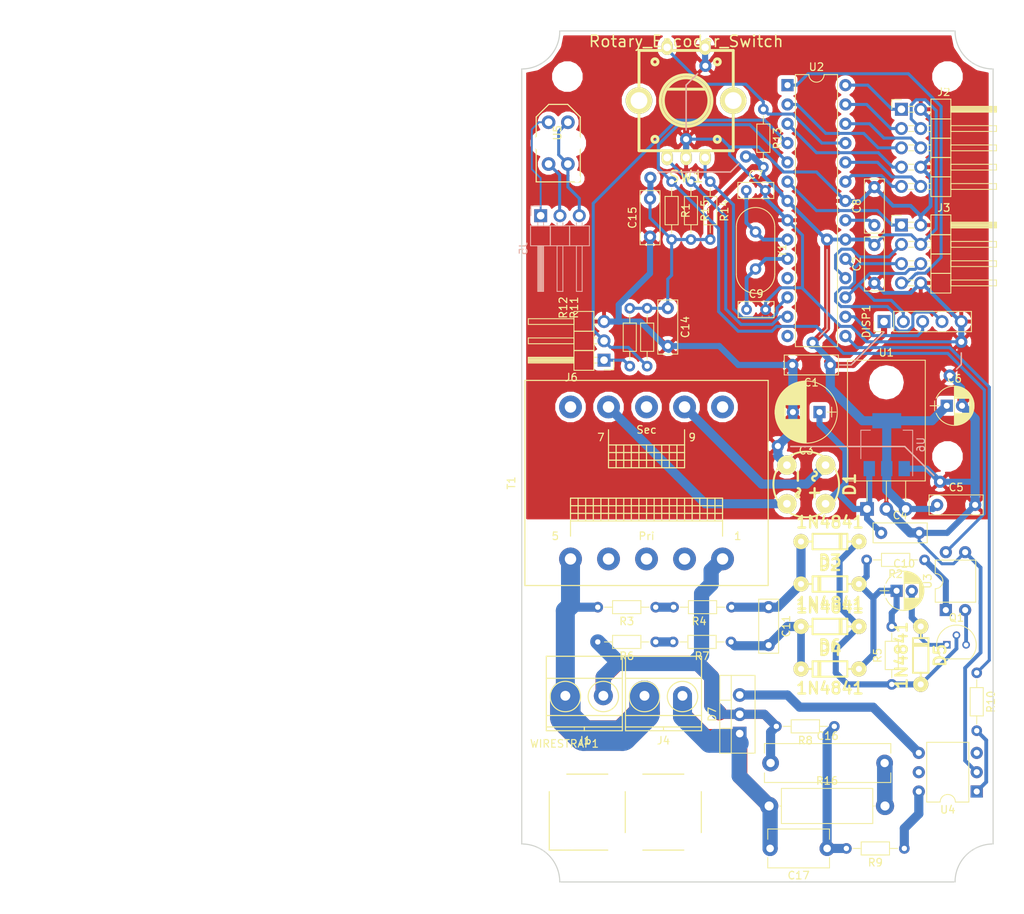
<source format=kicad_pcb>
(kicad_pcb (version 20170123) (host pcbnew "(2017-03-10 revision de30dc9f5)-makepkg")
  (layers (0 F.Cu signal) (31 B.Cu signal) (34 B.Paste user) (35 F.Paste user) (36 B.SilkS user) (37 F.SilkS user) (38 B.Mask user) (39 F.Mask user) (44 Edge.Cuts user))
  (net 0 "")
  (net 1 "Net-(C11-Pad2)")
  (net 2 "Net-(C11-Pad1)")
  (net 3 "Net-(C10-Pad1)")
  (net 4 "Net-(C10-Pad2)")
  (net 5 "Net-(C3-Pad1)")
  (net 6 "Net-(D1-Pad2)")
  (net 7 GND)
  (net 8 "Net-(D1-Pad3)")
  (net 9 /RENC_A)
  (net 10 /RENC_B)
  (net 11 /SW1)
  (net 12 "Net-(J5-Pad1)")
  (net 13 "Net-(J5-Pad3)")
  (net 14 "Net-(J5-Pad2)")
  (net 15 "Net-(C17-Pad2)")
  (net 16 "Net-(Q1-Pad3)")
  (net 17 VCC)
  (net 18 "Net-(C17-Pad1)")
  (net 19 "Net-(R6-Pad1)")
  (net 20 "Net-(R3-Pad1)")
  (net 21 "Net-(R2-Pad1)")
  (net 22 /ZCROSS_PULSE)
  (net 23 /ROT_PULSE)
  (net 24 "Net-(J6-Pad1)")
  (net 25 "Net-(R10-Pad2)")
  (net 26 /TRIAC_DRIVE)
  (net 27 "Net-(R9-Pad1)")
  (net 28 "Net-(C16-Pad2)")
  (net 29 "Net-(D7-Pad3)")
  (net 30 /TX)
  (net 31 /PC3)
  (net 32 /RX)
  (net 33 /SDA)
  (net 34 /SCL)
  (net 35 /RST)
  (net 36 /MOSI)
  (net 37 /SCK)
  (net 38 /MISO)
  (net 39 /DBG)
  (net 40 /SEG_CS)
  (net 41 "Net-(U4-Pad3)")
  (net 42 "Net-(U4-Pad5)")
  (net 43 "Net-(U2-Pad14)")
  (net 44 "Net-(C9-Pad1)")
  (net 45 "Net-(C7-Pad1)")
  (net 46 "Net-(C8-Pad1)")
  (net 47 /VAC_N)
  (net 48 /VAC_L)
  (net 49 "Net-(D3-Pad2)")
  (net 50 "Net-(U2-Pad11)")
  (net 51 /PD6)
  (net 52 /PD7)
  (module iotta_footprints:JUMPER_PIN (layer F.Cu) (at 104.14 69.088)
    (fp_text reference J7 hide)
    (fp_text value GND_JUMPER hide)
    (pad 1 thru_hole circle (at 0 0) (size 1.6 1.6) (drill 0.8) (layers *.Cu *.Mask) (net 7 GND))
  )
  (module iotta_footprints:JUMPER_PIN (layer F.Cu) (at 125.476 73.787)
    (fp_text reference J7 hide)
    (fp_text value GND_JUMPER hide)
    (pad 1 thru_hole circle (at 0 0) (size 1.6 1.6) (drill 0.8) (layers *.Cu *.Mask) (net 7 GND))
  )
  (module iotta_footprints:JUMPER_PIN (layer F.Cu) (at 94.615 19.05)
    (fp_text reference J7 hide)
    (fp_text value GND_JUMPER hide)
    (pad 1 thru_hole circle (at 0 0) (size 1.6 1.6) (drill 0.8) (layers *.Cu *.Mask) (net 7 GND))
  )
  (module iotta_footprints:JUMPER_PIN (layer F.Cu) (at 108.712 55.499)
    (fp_text reference J8 hide)
    (fp_text value VCC_JUMPER hide)
    (pad 1 thru_hole circle (at 0 0) (size 1.6 1.6) (drill 0.8) (layers *.Cu *.Mask) (net 17 VCC))
  )
  (module iotta_footprints:JUMPER_PIN (layer F.Cu) (at 87.376 33.782)
    (fp_text reference J8 hide)
    (fp_text value VCC_JUMPER hide)
    (pad 1 thru_hole circle (at 0 0) (size 1.6 1.6) (drill 0.8) (layers *.Cu *.Mask) (net 17 VCC))
  )
  (module iotta_footprints:JUMPER_PIN (layer F.Cu) (at 99.949 30.988)
    (fp_text reference J8 hide)
    (fp_text value VCC_JUMPER hide)
    (pad 1 thru_hole circle (at 0 0) (size 1.6 1.6) (drill 0.8) (layers *.Cu *.Mask) (net 17 VCC))
  )
  (module iotta_footprints:JUMPER_PIN (layer F.Cu) (at 126.746 59.817)
    (fp_text reference J7 hide)
    (fp_text value GND_JUMPER hide)
    (pad 1 thru_hole circle (at 0 0) (size 1.6 1.6) (drill 0.8) (layers *.Cu *.Mask) (net 7 GND))
  )
  (module iotta_footprints:JUMPER_PIN (layer F.Cu) (at 128.27 55.372)
    (fp_text reference J7 hide)
    (fp_text value GND_JUMPER hide)
    (pad 1 thru_hole circle (at 0 0) (size 1.6 1.6) (drill 0.8) (layers *.Cu *.Mask) (net 7 GND))
  )
  (module iotta_footprints:JUMPER_PIN (layer F.Cu) (at 110.617 41.91)
    (fp_text reference J8 hide)
    (fp_text value VCC_JUMPER hide)
    (pad 1 thru_hole circle (at 0 0) (size 1.6 1.6) (drill 0.8) (layers *.Cu *.Mask) (net 17 VCC))
  )
  (module iotta_footprints:JUMPER_PIN (layer F.Cu) (at 92.075 28.702)
    (fp_text reference J7 hide)
    (fp_text value GND_JUMPER hide)
    (pad 1 thru_hole circle (at 0 0) (size 1.6 1.6) (drill 0.8) (layers *.Cu *.Mask) (net 7 GND))
  )
  (module Resistors_ThroughHole:R_Axial_DIN0204_L3.6mm_D1.6mm_P7.62mm_Horizontal (layer F.Cu) (at 102.235 24.765 270)
    (fp_text reference R13 (at 3.81 -1.86 270) (layer F.SilkS))
    (fp_text value 10k)
    (pad 2 thru_hole oval (at 7.62 0 270) (size 1.4 1.4) (drill 0.7) (layers *.Cu *.Mask) (net 17 VCC))
    (pad 1 thru_hole circle (at 0 0 270) (size 1.4 1.4) (drill 0.7) (layers *.Cu *.Mask) (net 11 /SW1))
  )
  (module Housings_DIP:DIP-4_W7.62mm (layer F.Cu) (at 126.238 90.678 90)
    (fp_text reference U3 (at 3.81 -2.39 90) (layer F.SilkS))
    (fp_text value PC817)
    (pad 4 thru_hole oval (at 7.62 0 90) (size 1.6 1.6) (drill 0.8) (layers *.Cu *.Mask) (net 22 /ZCROSS_PULSE))
    (pad 2 thru_hole oval (at 0 2.54 90) (size 1.6 1.6) (drill 0.8) (layers *.Cu *.Mask) (net 16 "Net-(Q1-Pad3)"))
    (pad 3 thru_hole oval (at 7.62 2.54 90) (size 1.6 1.6) (drill 0.8) (layers *.Cu *.Mask) (net 7 GND))
    (pad 1 thru_hole rect (at 0 0 90) (size 1.6 1.6) (drill 0.8) (layers *.Cu *.Mask) (net 21 "Net-(R2-Pad1)"))
  )
  (module Capacitors_ThroughHole:C_Rect_L7.0mm_W2.5mm_P5.00mm (layer F.Cu) (at 116.84 40.005 90)
    (fp_text reference C8 (at 2.5 -2.31 90) (layer F.SilkS))
    (fp_text value 100n)
    (pad 2 thru_hole circle (at 5 0 90) (size 1.6 1.6) (drill 0.8) (layers *.Cu *.Mask) (net 7 GND))
    (pad 1 thru_hole circle (at 0 0 90) (size 1.6 1.6) (drill 0.8) (layers *.Cu *.Mask) (net 46 "Net-(C8-Pad1)"))
  )
  (module w_misc_comp:encoder_alps-ec12d (layer F.Cu) (at 92.075 23.622)
    (fp_text reference SW1 (at 0 9.99998) (layer F.SilkS) (effects (font (size 1.50114 1.50114) (thickness 0.20066))))
    (fp_text value Rotary_Encoder_Switch (at 0 -7.80034) (layer F.SilkS) (effects (font (size 1.50114 1.50114) (thickness 0.20066))))
    (pad 1 thru_hole oval (at -2.49936 7.50062) (size 1.50114 1.99898) (drill 1.00076) (layers *.Cu *.Mask F.SilkS) (net 9 /RENC_A))
    (pad 2 thru_hole oval (at 0 7.50062) (size 1.50114 1.99898) (drill 1.00076) (layers *.Cu *.Mask F.SilkS) (net 7 GND))
    (pad 3 thru_hole oval (at 2.49936 7.50062) (size 1.50114 1.99898) (drill 1.00076) (layers *.Cu *.Mask F.SilkS) (net 10 /RENC_B))
    (pad "" thru_hole circle (at -6.20014 0) (size 3.50012 3.50012) (drill 2.19964) (layers *.Cu *.Mask F.SilkS))
    (pad "" thru_hole circle (at 6.20014 0) (size 3.50012 3.50012) (drill 2.19964) (layers *.Cu *.Mask F.SilkS))
    (pad 5 thru_hole oval (at -2.49936 -7.00024) (size 1.50114 1.99898) (drill 1.00076) (layers *.Cu *.Mask F.SilkS) (net 11 /SW1))
    (pad 4 thru_hole oval (at 2.49936 -7.00024) (size 1.50114 1.99898) (drill 1.00076) (layers *.Cu *.Mask F.SilkS) (net 7 GND))
  )
  (module Pin_Headers:Pin_Header_Angled_1x03_Pitch2.54mm (layer F.Cu) (at 81.28 57.785 180)
    (fp_text reference J6 (at 4.315 -2.27 180) (layer F.SilkS))
    (fp_text value CONN_01X03)
    (pad 1 thru_hole rect (at 0 0 180) (size 1.7 1.7) (drill 1) (layers *.Cu *.Mask) (net 24 "Net-(J6-Pad1)"))
    (pad 2 thru_hole oval (at 0 2.54 180) (size 1.7 1.7) (drill 1) (layers *.Cu *.Mask) (net 23 /ROT_PULSE))
    (pad 3 thru_hole oval (at 0 5.08 180) (size 1.7 1.7) (drill 1) (layers *.Cu *.Mask) (net 7 GND))
  )
  (module Pin_Headers:Pin_Header_Angled_1x03_Pitch2.54mm (layer B.Cu) (at 72.9432 38.774 270)
    (fp_text reference J5 (at 4.315 2.27 270) (layer B.SilkS) (effects (justify mirror)))
    (fp_text value CONN_01X03)
    (pad 3 thru_hole oval (at 0 -5.08 270) (size 1.7 1.7) (drill 1) (layers *.Cu *.Mask) (net 13 "Net-(J5-Pad3)"))
    (pad 2 thru_hole oval (at 0 -2.54 270) (size 1.7 1.7) (drill 1) (layers *.Cu *.Mask) (net 14 "Net-(J5-Pad2)"))
    (pad 1 thru_hole rect (at 0 0 270) (size 1.7 1.7) (drill 1) (layers *.Cu *.Mask) (net 12 "Net-(J5-Pad1)"))
  )
  (module Pin_Headers:Pin_Header_Angled_2x04_Pitch2.54mm (layer F.Cu) (at 120.396 40.005)
    (fp_text reference J3 (at 5.585 -2.27) (layer F.SilkS))
    (fp_text value ICP)
    (pad 8 thru_hole oval (at 2.54 7.62) (size 1.7 1.7) (drill 1) (layers *.Cu *.Mask) (net 7 GND))
    (pad 7 thru_hole oval (at 0 7.62) (size 1.7 1.7) (drill 1) (layers *.Cu *.Mask) (net 35 /RST))
    (pad 6 thru_hole oval (at 2.54 5.08) (size 1.7 1.7) (drill 1) (layers *.Cu *.Mask) (net 36 /MOSI))
    (pad 5 thru_hole oval (at 0 5.08) (size 1.7 1.7) (drill 1) (layers *.Cu *.Mask) (net 37 /SCK))
    (pad 4 thru_hole oval (at 2.54 2.54) (size 1.7 1.7) (drill 1) (layers *.Cu *.Mask) (net 17 VCC))
    (pad 3 thru_hole oval (at 0 2.54) (size 1.7 1.7) (drill 1) (layers *.Cu *.Mask) (net 38 /MISO))
    (pad 2 thru_hole oval (at 2.54 0) (size 1.7 1.7) (drill 1) (layers *.Cu *.Mask) (net 7 GND))
    (pad 1 thru_hole rect (at 0 0) (size 1.7 1.7) (drill 1) (layers *.Cu *.Mask) (net 39 /DBG))
  )
  (module Pin_Headers:Pin_Header_Angled_2x05_Pitch2.54mm (layer F.Cu) (at 120.396 24.765)
    (fp_text reference J2 (at 5.585 -2.27) (layer F.SilkS))
    (fp_text value AUX/CONTROL)
    (pad 1 thru_hole rect (at 0 0) (size 1.7 1.7) (drill 1) (layers *.Cu *.Mask) (net 34 /SCL))
    (pad 2 thru_hole oval (at 2.54 0) (size 1.7 1.7) (drill 1) (layers *.Cu *.Mask) (net 7 GND))
    (pad 3 thru_hole oval (at 0 2.54) (size 1.7 1.7) (drill 1) (layers *.Cu *.Mask) (net 33 /SDA))
    (pad 4 thru_hole oval (at 2.54 2.54) (size 1.7 1.7) (drill 1) (layers *.Cu *.Mask) (net 17 VCC))
    (pad 5 thru_hole oval (at 0 5.08) (size 1.7 1.7) (drill 1) (layers *.Cu *.Mask) (net 32 /RX))
    (pad 6 thru_hole oval (at 2.54 5.08) (size 1.7 1.7) (drill 1) (layers *.Cu *.Mask) (net 31 /PC3))
    (pad 7 thru_hole oval (at 0 7.62) (size 1.7 1.7) (drill 1) (layers *.Cu *.Mask) (net 30 /TX))
    (pad 8 thru_hole oval (at 2.54 7.62) (size 1.7 1.7) (drill 1) (layers *.Cu *.Mask) (net 7 GND))
    (pad 9 thru_hole oval (at 0 10.16) (size 1.7 1.7) (drill 1) (layers *.Cu *.Mask) (net 51 /PD6))
    (pad 10 thru_hole oval (at 2.54 10.16) (size 1.7 1.7) (drill 1) (layers *.Cu *.Mask) (net 52 /PD7))
  )
  (module Resistors_ThroughHole:R_Axial_DIN0204_L3.6mm_D1.6mm_P7.62mm_Horizontal (layer F.Cu) (at 86.95 58.576 90)
    (fp_text reference R12 (at 7.702 -11.0385 90) (layer F.SilkS))
    (fp_text value 10k)
    (pad 2 thru_hole oval (at 7.62 0 90) (size 1.4 1.4) (drill 0.7) (layers *.Cu *.Mask) (net 17 VCC))
    (pad 1 thru_hole circle (at 0 0 90) (size 1.4 1.4) (drill 0.7) (layers *.Cu *.Mask) (net 23 /ROT_PULSE))
  )
  (module TO_SOT_Packages_THT:TO-220_Horizontal (layer F.Cu) (at 115.8748 77.3684)
    (fp_text reference U1 (at 2.54 -20.58) (layer F.SilkS))
    (fp_text value LM2940CT-5.0)
    (pad 0 np_thru_hole oval (at 2.54 -16.66) (size 3.5 3.5) (drill 3.5) (layers *.Cu *.Mask))
    (pad 1 thru_hole rect (at 0 0) (size 1.8 1.8) (drill 1) (layers *.Cu *.Mask) (net 5 "Net-(C3-Pad1)"))
    (pad 2 thru_hole oval (at 2.54 0) (size 1.8 1.8) (drill 1) (layers *.Cu *.Mask) (net 7 GND))
    (pad 3 thru_hole oval (at 5.08 0) (size 1.8 1.8) (drill 1) (layers *.Cu *.Mask) (net 17 VCC))
  )
  (module Transformers_CHK:Trafo_CHK-EI30-2VA_1xSec (layer F.Cu) (at 86.868 73.94702 90)
    (fp_text reference T1 (at 0 -17.78 90) (layer F.SilkS))
    (fp_text value "230 - 6VAC (Spitznagel SPK 01406)")
    (fp_text user Sec (at 7.00024 0 180) (layer F.SilkS))
    (fp_text user Pri (at -7.00024 0 180) (layer F.SilkS))
    (fp_text user 9 (at 5.99948 6.00202 180) (layer F.SilkS))
    (fp_text user 7 (at 5.99948 -5.99948 180) (layer F.SilkS))
    (fp_text user 5 (at -7.00024 -11.99896 180) (layer F.SilkS))
    (fp_text user 1 (at -7.00024 11.99896 180) (layer F.SilkS))
    (pad 1 thru_hole circle (at -9.99998 9.99998 90) (size 2.99974 2.99974) (drill 1.50114) (layers *.Cu *.Mask) (net 48 /VAC_L))
    (pad 2 thru_hole circle (at -9.99998 5.00126 90) (size 2.99974 2.99974) (drill 1.50114) (layers *.Cu *.Mask))
    (pad 3 thru_hole circle (at -9.99998 0 90) (size 2.99974 2.99974) (drill 1.50114) (layers *.Cu *.Mask))
    (pad 4 thru_hole circle (at -9.99998 -5.00126 90) (size 2.99974 2.99974) (drill 1.50114) (layers *.Cu *.Mask))
    (pad 5 thru_hole circle (at -9.99998 -9.99998 90) (size 2.99974 2.99974) (drill 1.50114) (layers *.Cu *.Mask) (net 47 /VAC_N))
    (pad 6 thru_hole circle (at 9.99998 -9.99998 90) (size 2.99974 2.99974) (drill 1.50114) (layers *.Cu *.Mask))
    (pad 7 thru_hole circle (at 9.99998 -5.00126 90) (size 2.99974 2.99974) (drill 1.50114) (layers *.Cu *.Mask) (net 8 "Net-(D1-Pad3)"))
    (pad 8 thru_hole circle (at 9.99998 0 90) (size 2.99974 2.99974) (drill 1.50114) (layers *.Cu *.Mask))
    (pad 9 thru_hole circle (at 9.99998 5.00126 90) (size 2.99974 2.99974) (drill 1.50114) (layers *.Cu *.Mask) (net 6 "Net-(D1-Pad2)"))
    (pad 10 thru_hole circle (at 9.99998 9.99998 90) (size 2.99974 2.99974) (drill 1.50114) (layers *.Cu *.Mask))
  )
  (module Terminal_Blocks:TerminalBlock_Pheonix_MKDS1.5-2pol (layer F.Cu) (at 76.1873 101.9556)
    (fp_text reference J1 (at 2.5 5.9) (layer F.SilkS))
    (fp_text value "VAC 230V")
    (pad 1 thru_hole rect (at 0 0) (size 2.5 2.5) (drill 1.3) (layers *.Cu *.Mask) (net 47 /VAC_N))
    (pad 2 thru_hole circle (at 5 0) (size 2.5 2.5) (drill 1.3) (layers *.Cu *.Mask) (net 48 /VAC_L))
  )
  (module Capacitors_ThroughHole:C_Disc_D8.0mm_W5.0mm_P7.50mm (layer F.Cu) (at 110.624 122.047 180)
    (fp_text reference C17 (at 3.75 -3.56 180) (layer F.SilkS))
    (fp_text value 1n)
    (pad 2 thru_hole circle (at 7.5 0 180) (size 2 2) (drill 1) (layers *.Cu *.Mask) (net 15 "Net-(C17-Pad2)"))
    (pad 1 thru_hole circle (at 0 0 180) (size 2 2) (drill 1) (layers *.Cu *.Mask) (net 18 "Net-(C17-Pad1)"))
  )
  (module iotta_footprints:WireStrap_2X (layer F.Cu) (at 84.074 112.268)
    (fp_text reference WIRESTRAP1 (at -8 -4) (layer F.SilkS))
    (fp_text value "2x Ziplock wire strap")
    (pad "" np_thru_hole circle (at 10 10) (size 4.5 4.5) (drill 4.5) (layers *.Cu *.Mask))
    (pad "" np_thru_hole circle (at 10 0) (size 4.5 4.5) (drill 4.5) (layers *.Cu *.Mask))
    (pad "" np_thru_hole circle (at -10 0) (size 4.5 4.5) (drill 4.5) (layers *.Cu *.Mask))
    (pad "" np_thru_hole circle (at -80 10) (size 4.5 4.5) (drill 4.5) (layers *.Cu *.Mask))
    (pad "" np_thru_hole circle (at 0 10) (size 4.5 4.5) (drill 4.5) (layers *.Cu *.Mask))
    (pad "" np_thru_hole circle (at 0 0) (size 4.5 4.5) (drill 4.5) (layers *.Cu *.Mask))
  )
  (module Resistors_ThroughHole:R_Axial_DIN0204_L3.6mm_D1.6mm_P7.62mm_Horizontal (layer F.Cu) (at 119.126 100.457 90)
    (fp_text reference R5 (at 3.81 -1.86 90) (layer F.SilkS))
    (fp_text value 33k)
    (pad 1 thru_hole circle (at 0 0 90) (size 1.4 1.4) (drill 0.7) (layers *.Cu *.Mask) (net 49 "Net-(D3-Pad2)"))
    (pad 2 thru_hole oval (at 7.62 0 90) (size 1.4 1.4) (drill 0.7) (layers *.Cu *.Mask) (net 3 "Net-(C10-Pad1)"))
  )
  (module Housings_DIP:DIP-6_W7.62mm (layer F.Cu) (at 130.302 114.554 180)
    (fp_text reference U4 (at 3.81 -2.39 180) (layer F.SilkS))
    (fp_text value MOC3020M)
    (pad 6 thru_hole oval (at 7.62 0 180) (size 1.6 1.6) (drill 0.8) (layers *.Cu *.Mask) (net 27 "Net-(R9-Pad1)"))
    (pad 3 thru_hole oval (at 0 5.08 180) (size 1.6 1.6) (drill 0.8) (layers *.Cu *.Mask) (net 41 "Net-(U4-Pad3)"))
    (pad 5 thru_hole oval (at 7.62 2.54 180) (size 1.6 1.6) (drill 0.8) (layers *.Cu *.Mask) (net 42 "Net-(U4-Pad5)"))
    (pad 2 thru_hole oval (at 0 2.54 180) (size 1.6 1.6) (drill 0.8) (layers *.Cu *.Mask) (net 7 GND))
    (pad 4 thru_hole oval (at 7.62 5.08 180) (size 1.6 1.6) (drill 0.8) (layers *.Cu *.Mask) (net 29 "Net-(D7-Pad3)"))
    (pad 1 thru_hole rect (at 0 0 180) (size 1.6 1.6) (drill 0.8) (layers *.Cu *.Mask) (net 25 "Net-(R10-Pad2)"))
  )
  (module Terminal_Blocks:TerminalBlock_Pheonix_MKDS1.5-2pol (layer F.Cu) (at 86.6013 101.9556)
    (fp_text reference J4 (at 2.5 5.9) (layer F.SilkS))
    (fp_text value "Load output")
    (pad 2 thru_hole circle (at 5 0) (size 2.5 2.5) (drill 1.3) (layers *.Cu *.Mask) (net 15 "Net-(C17-Pad2)"))
    (pad 1 thru_hole rect (at 0 0) (size 2.5 2.5) (drill 1.3) (layers *.Cu *.Mask) (net 47 /VAC_N))
  )
  (module TO_SOT_Packages_SMD:SOT-223 (layer B.Cu) (at 118.4656 68.9102 90)
    (fp_text reference U6 (at 0 4.5 90) (layer B.SilkS) (effects (justify mirror)))
    (fp_text value LT1117-5)
    (pad 4 smd rect (at 3.15 0 90) (size 2 3.8) (layers B.Cu B.Paste B.Mask) (net 17 VCC))
    (pad 2 smd rect (at -3.15 0 90) (size 2 1.5) (layers B.Cu B.Paste B.Mask) (net 17 VCC))
    (pad 3 smd rect (at -3.15 -2.3 90) (size 2 1.5) (layers B.Cu B.Paste B.Mask) (net 5 "Net-(C3-Pad1)"))
    (pad 1 smd rect (at -3.15 2.3 90) (size 2 1.5) (layers B.Cu B.Paste B.Mask) (net 7 GND))
  )
  (module Capacitors_ThroughHole:C_Rect_L7.0mm_W2.5mm_P5.00mm (layer F.Cu) (at 117.729 80.518)
    (fp_text reference C4 (at 2.5 -2.31) (layer F.SilkS))
    (fp_text value 470n)
    (pad 1 thru_hole circle (at 0 0) (size 1.6 1.6) (drill 0.8) (layers *.Cu *.Mask) (net 5 "Net-(C3-Pad1)"))
    (pad 2 thru_hole circle (at 5 0) (size 1.6 1.6) (drill 0.8) (layers *.Cu *.Mask) (net 7 GND))
  )
  (module Resistors_ThroughHole:R_Axial_DIN0204_L3.6mm_D1.6mm_P7.62mm_Horizontal (layer F.Cu) (at 95.25 34.29 270)
    (fp_text reference R14 (at 3.81 -1.86 270) (layer F.SilkS))
    (fp_text value 10k)
    (pad 1 thru_hole circle (at 0 0 270) (size 1.4 1.4) (drill 0.7) (layers *.Cu *.Mask) (net 10 /RENC_B))
    (pad 2 thru_hole oval (at 7.62 0 270) (size 1.4 1.4) (drill 0.7) (layers *.Cu *.Mask) (net 17 VCC))
  )
  (module Resistors_ThroughHole:R_Axial_DIN0204_L3.6mm_D1.6mm_P7.62mm_Horizontal (layer F.Cu) (at 92.71 34.29 270)
    (fp_text reference R15 (at 3.81 -1.86 270) (layer F.SilkS))
    (fp_text value 10k)
    (pad 2 thru_hole oval (at 7.62 0 270) (size 1.4 1.4) (drill 0.7) (layers *.Cu *.Mask) (net 17 VCC))
    (pad 1 thru_hole circle (at 0 0 270) (size 1.4 1.4) (drill 0.7) (layers *.Cu *.Mask) (net 9 /RENC_A))
  )
  (module Capacitors_ThroughHole:C_Rect_L7.0mm_W2.5mm_P5.00mm (layer F.Cu) (at 111.045 58.42 180)
    (fp_text reference C1 (at 2.5 -2.31 180) (layer F.SilkS))
    (fp_text value 100n)
    (pad 2 thru_hole circle (at 5 0 180) (size 1.6 1.6) (drill 0.8) (layers *.Cu *.Mask) (net 7 GND))
    (pad 1 thru_hole circle (at 0 0 180) (size 1.6 1.6) (drill 0.8) (layers *.Cu *.Mask) (net 17 VCC))
  )
  (module Crystals:Crystal_HC49-U_Vertical (layer F.Cu) (at 101.2075 40.9048 270)
    (fp_text reference Y1 (at 2.44 -3.525 270) (layer F.SilkS))
    (fp_text value 16MHz)
    (pad 1 thru_hole circle (at 0 0 270) (size 1.5 1.5) (drill 0.8) (layers *.Cu *.Mask) (net 45 "Net-(C7-Pad1)"))
    (pad 2 thru_hole circle (at 4.88 0 270) (size 1.5 1.5) (drill 0.8) (layers *.Cu *.Mask) (net 44 "Net-(C9-Pad1)"))
  )
  (module Capacitors_ThroughHole:C_Rect_L4.6mm_W2.0mm_P2.50mm_MKS02_FKP02 (layer F.Cu) (at 99.9915 35.4438)
    (fp_text reference C7 (at 1.25 -2.06) (layer F.SilkS))
    (fp_text value 27p)
    (pad 2 thru_hole circle (at 2.5 0) (size 1.4 1.4) (drill 0.7) (layers *.Cu *.Mask) (net 7 GND))
    (pad 1 thru_hole circle (at 0 0) (size 1.4 1.4) (drill 0.7) (layers *.Cu *.Mask) (net 45 "Net-(C7-Pad1)"))
  )
  (module Capacitors_ThroughHole:C_Rect_L4.6mm_W2.0mm_P2.50mm_MKS02_FKP02 (layer F.Cu) (at 100.0315 51.1283)
    (fp_text reference C9 (at 1.25 -2.06) (layer F.SilkS))
    (fp_text value 27p)
    (pad 1 thru_hole circle (at 0 0) (size 1.4 1.4) (drill 0.7) (layers *.Cu *.Mask) (net 44 "Net-(C9-Pad1)"))
    (pad 2 thru_hole circle (at 2.5 0) (size 1.4 1.4) (drill 0.7) (layers *.Cu *.Mask) (net 7 GND))
  )
  (module Capacitors_ThroughHole:C_Rect_L7.0mm_W2.5mm_P5.00mm (layer F.Cu) (at 116.84 47.625 90)
    (fp_text reference C2 (at 2.5 -2.31 90) (layer F.SilkS))
    (fp_text value 100n)
    (pad 2 thru_hole circle (at 5 0 90) (size 1.6 1.6) (drill 0.8) (layers *.Cu *.Mask) (net 17 VCC))
    (pad 1 thru_hole circle (at 0 0 90) (size 1.6 1.6) (drill 0.8) (layers *.Cu *.Mask) (net 7 GND))
  )
  (module Housings_DIP:DIP-28_W7.62mm (layer F.Cu) (at 105.41 21.59)
    (fp_text reference U2 (at 3.81 -2.39) (layer F.SilkS))
    (fp_text value ATMEGA328P-PU)
    (pad 28 thru_hole oval (at 7.62 0) (size 1.6 1.6) (drill 0.8) (layers *.Cu *.Mask) (net 34 /SCL))
    (pad 14 thru_hole oval (at 0 33.02) (size 1.6 1.6) (drill 0.8) (layers *.Cu *.Mask) (net 43 "Net-(U2-Pad14)"))
    (pad 27 thru_hole oval (at 7.62 2.54) (size 1.6 1.6) (drill 0.8) (layers *.Cu *.Mask) (net 33 /SDA))
    (pad 13 thru_hole oval (at 0 30.48) (size 1.6 1.6) (drill 0.8) (layers *.Cu *.Mask) (net 9 /RENC_A))
    (pad 26 thru_hole oval (at 7.62 5.08) (size 1.6 1.6) (drill 0.8) (layers *.Cu *.Mask) (net 31 /PC3))
    (pad 12 thru_hole oval (at 0 27.94) (size 1.6 1.6) (drill 0.8) (layers *.Cu *.Mask) (net 10 /RENC_B))
    (pad 25 thru_hole oval (at 7.62 7.62) (size 1.6 1.6) (drill 0.8) (layers *.Cu *.Mask) (net 11 /SW1))
    (pad 11 thru_hole oval (at 0 25.4) (size 1.6 1.6) (drill 0.8) (layers *.Cu *.Mask) (net 50 "Net-(U2-Pad11)"))
    (pad 24 thru_hole oval (at 7.62 10.16) (size 1.6 1.6) (drill 0.8) (layers *.Cu *.Mask) (net 52 /PD7))
    (pad 10 thru_hole oval (at 0 22.86) (size 1.6 1.6) (drill 0.8) (layers *.Cu *.Mask) (net 44 "Net-(C9-Pad1)"))
    (pad 23 thru_hole oval (at 7.62 12.7) (size 1.6 1.6) (drill 0.8) (layers *.Cu *.Mask) (net 51 /PD6))
    (pad 9 thru_hole oval (at 0 20.32) (size 1.6 1.6) (drill 0.8) (layers *.Cu *.Mask) (net 45 "Net-(C7-Pad1)"))
    (pad 22 thru_hole oval (at 7.62 15.24) (size 1.6 1.6) (drill 0.8) (layers *.Cu *.Mask) (net 7 GND))
    (pad 8 thru_hole oval (at 0 17.78) (size 1.6 1.6) (drill 0.8) (layers *.Cu *.Mask) (net 7 GND))
    (pad 21 thru_hole oval (at 7.62 17.78) (size 1.6 1.6) (drill 0.8) (layers *.Cu *.Mask) (net 46 "Net-(C8-Pad1)"))
    (pad 7 thru_hole oval (at 0 15.24) (size 1.6 1.6) (drill 0.8) (layers *.Cu *.Mask) (net 17 VCC))
    (pad 20 thru_hole oval (at 7.62 20.32) (size 1.6 1.6) (drill 0.8) (layers *.Cu *.Mask) (net 17 VCC))
    (pad 6 thru_hole oval (at 0 12.7) (size 1.6 1.6) (drill 0.8) (layers *.Cu *.Mask) (net 39 /DBG))
    (pad 19 thru_hole oval (at 7.62 22.86) (size 1.6 1.6) (drill 0.8) (layers *.Cu *.Mask) (net 37 /SCK))
    (pad 5 thru_hole oval (at 0 10.16) (size 1.6 1.6) (drill 0.8) (layers *.Cu *.Mask) (net 22 /ZCROSS_PULSE))
    (pad 18 thru_hole oval (at 7.62 25.4) (size 1.6 1.6) (drill 0.8) (layers *.Cu *.Mask) (net 38 /MISO))
    (pad 4 thru_hole oval (at 0 7.62) (size 1.6 1.6) (drill 0.8) (layers *.Cu *.Mask) (net 23 /ROT_PULSE))
    (pad 17 thru_hole oval (at 7.62 27.94) (size 1.6 1.6) (drill 0.8) (layers *.Cu *.Mask) (net 36 /MOSI))
    (pad 3 thru_hole oval (at 0 5.08) (size 1.6 1.6) (drill 0.8) (layers *.Cu *.Mask) (net 30 /TX))
    (pad 16 thru_hole oval (at 7.62 30.48) (size 1.6 1.6) (drill 0.8) (layers *.Cu *.Mask) (net 40 /SEG_CS))
    (pad 2 thru_hole oval (at 0 2.54) (size 1.6 1.6) (drill 0.8) (layers *.Cu *.Mask) (net 32 /RX))
    (pad 15 thru_hole oval (at 7.62 33.02) (size 1.6 1.6) (drill 0.8) (layers *.Cu *.Mask) (net 26 /TRIAC_DRIVE))
    (pad 1 thru_hole rect (at 0 0) (size 1.6 1.6) (drill 0.8) (layers *.Cu *.Mask) (net 35 /RST))
  )
  (module iotta_footprints:CASE_KEMO_G085N (layer F.Cu) (at 66.454 130.4595)
    (fp_text reference CASE1)
    (fp_text value Case)
    (fp_arc (start 4 -116) (end 9 -116) (angle 90) (layer Edge.Cuts) (width 0.15))
    (fp_arc (start 66 -116) (end 66 -111) (angle 90) (layer Edge.Cuts) (width 0.15))
    (fp_arc (start 66 -4) (end 61 -4) (angle 90) (layer Edge.Cuts) (width 0.15))
    (fp_arc (start 4 -4) (end 4 -9) (angle 90) (layer Edge.Cuts) (width 0.15))
    (fp_line (start 9 -4) (end 61 -4) (layer Edge.Cuts) (width 0.15))
    (fp_line (start 66 -9) (end 66 -111) (layer Edge.Cuts) (width 0.15))
    (fp_line (start 61 -116) (end 9 -116) (layer Edge.Cuts) (width 0.15))
    (fp_line (start 4 -111) (end 4 -9) (layer Edge.Cuts) (width 0.15))
    (pad "" np_thru_hole circle (at 60 -110) (size 3 3) (drill 3) (layers *.Cu *.Mask F.Fab))
    (pad "" np_thru_hole circle (at 10 -110) (size 3 3) (drill 3) (layers *.Cu *.Mask F.Fab))
    (pad "" np_thru_hole circle (at 10 -10) (size 3 3) (drill 3) (layers *.Cu *.Mask F.Fab))
    (pad "" np_thru_hole circle (at 60 -10) (size 3 3) (drill 3) (layers *.Cu *.Mask F.Fab))
    (pad "" np_thru_hole circle (at 60 -60) (size 3 3) (drill 3) (layers *.Cu *.Mask F.Fab))
  )
  (module Resistors_ThroughHole:R_Axial_DIN0204_L3.6mm_D1.6mm_P7.62mm_Horizontal (layer F.Cu) (at 97.9805 94.869 180)
    (fp_text reference R7 (at 3.81 -1.86 180) (layer F.SilkS))
    (fp_text value 220k)
    (pad 2 thru_hole oval (at 7.62 0 180) (size 1.4 1.4) (drill 0.7) (layers *.Cu *.Mask) (net 19 "Net-(R6-Pad1)"))
    (pad 1 thru_hole circle (at 0 0 180) (size 1.4 1.4) (drill 0.7) (layers *.Cu *.Mask) (net 1 "Net-(C11-Pad2)"))
  )
  (module Resistors_ThroughHole:R_Axial_DIN0204_L3.6mm_D1.6mm_P7.62mm_Horizontal (layer F.Cu) (at 88.0745 94.869 180)
    (fp_text reference R6 (at 3.81 -1.86 180) (layer F.SilkS))
    (fp_text value 120k)
    (pad 2 thru_hole oval (at 7.62 0 180) (size 1.4 1.4) (drill 0.7) (layers *.Cu *.Mask) (net 48 /VAC_L))
    (pad 1 thru_hole circle (at 0 0 180) (size 1.4 1.4) (drill 0.7) (layers *.Cu *.Mask) (net 19 "Net-(R6-Pad1)"))
  )
  (module Resistors_ThroughHole:R_Axial_DIN0204_L3.6mm_D1.6mm_P7.62mm_Horizontal (layer F.Cu) (at 98.044 90.297 180)
    (fp_text reference R4 (at 4.2545 -1.86 180) (layer F.SilkS))
    (fp_text value 220k)
    (pad 2 thru_hole oval (at 7.62 0 180) (size 1.4 1.4) (drill 0.7) (layers *.Cu *.Mask) (net 20 "Net-(R3-Pad1)"))
    (pad 1 thru_hole circle (at 0 0 180) (size 1.4 1.4) (drill 0.7) (layers *.Cu *.Mask) (net 2 "Net-(C11-Pad1)"))
  )
  (module Capacitors_ThroughHole:CP_Radial_D5.0mm_P2.00mm (layer F.Cu) (at 119.761 88.138)
    (fp_text reference C10 (at 1 -3.56) (layer F.SilkS))
    (fp_text value 10u)
    (pad 2 thru_hole circle (at 2 0) (size 1.6 1.6) (drill 0.8) (layers *.Cu *.Mask) (net 4 "Net-(C10-Pad2)"))
    (pad 1 thru_hole rect (at 0 0) (size 1.6 1.6) (drill 0.8) (layers *.Cu *.Mask) (net 3 "Net-(C10-Pad1)"))
  )
  (module w_pth_diodes:bridge_wob (layer F.Cu) (at 107.8738 74.1426 90)
    (fp_text reference D1 (at 0 5.715 90) (layer F.SilkS) (effects (font (thickness 0.3048))))
    (fp_text value D_Bridge_+AA- hide)
    (fp_text user ~ (at -1.27 -1.016 90) (layer F.SilkS) (effects (font (thickness 0.3048))))
    (fp_text user ~ (at 1.778 2.032 90) (layer F.SilkS) (effects (font (thickness 0.3048))))
    (pad 1 thru_hole circle (at -2.54 2.54 90) (size 2.54 2.54) (drill 1.00076) (layers *.Cu *.Mask F.SilkS) (net 5 "Net-(C3-Pad1)"))
    (pad 2 thru_hole circle (at 2.54 2.54 90) (size 2.54 2.54) (drill 1.00076) (layers *.Cu *.Mask F.SilkS) (net 6 "Net-(D1-Pad2)"))
    (pad 4 thru_hole circle (at 2.54 -2.54 90) (size 2.54 2.54) (drill 1.00076) (layers *.Cu *.Mask F.SilkS) (net 7 GND))
    (pad 3 thru_hole circle (at -2.54 -2.54 90) (size 2.54 2.54) (drill 1.00076) (layers *.Cu *.Mask F.SilkS) (net 8 "Net-(D1-Pad3)"))
  )
  (module Capacitors_ThroughHole:C_Rect_L16.5mm_W5.0mm_P15.00mm_MKT (layer F.Cu) (at 103.1875 110.8075)
    (fp_text reference C16 (at 7.5 -3.56) (layer F.SilkS))
    (fp_text value 10n)
    (pad 2 thru_hole circle (at 15 0) (size 2.2 2.2) (drill 1.1) (layers *.Cu *.Mask) (net 28 "Net-(C16-Pad2)"))
    (pad 1 thru_hole circle (at 0 0) (size 2.2 2.2) (drill 1.1) (layers *.Cu *.Mask) (net 48 /VAC_L))
  )
  (module TO_SOT_Packages_THT:TO-220_Vertical (layer F.Cu) (at 99.1235 106.934 90)
    (fp_text reference D7 (at 2.54 -3.62 90) (layer F.SilkS))
    (fp_text value BT138)
    (pad 3 thru_hole oval (at 5.08 0 90) (size 1.8 1.8) (drill 1) (layers *.Cu *.Mask) (net 29 "Net-(D7-Pad3)"))
    (pad 2 thru_hole oval (at 2.54 0 90) (size 1.8 1.8) (drill 1) (layers *.Cu *.Mask) (net 48 /VAC_L))
    (pad 1 thru_hole rect (at 0 0 90) (size 1.8 1.8) (drill 1) (layers *.Cu *.Mask) (net 15 "Net-(C17-Pad2)"))
  )
  (module Resistors_ThroughHole:R_Axial_DIN0414_L11.9mm_D4.5mm_P15.24mm_Horizontal (layer F.Cu) (at 102.997 116.459)
    (fp_text reference R16 (at 7.62 -3.31) (layer F.SilkS))
    (fp_text value 47)
    (pad 2 thru_hole oval (at 15.24 0) (size 2.4 2.4) (drill 1.2) (layers *.Cu *.Mask) (net 28 "Net-(C16-Pad2)"))
    (pad 1 thru_hole circle (at 0 0) (size 2.4 2.4) (drill 1.2) (layers *.Cu *.Mask) (net 15 "Net-(C17-Pad2)"))
  )
  (module Capacitors_ThroughHole:CP_Radial_D8.0mm_P3.50mm (layer F.Cu) (at 109.6212 64.6176 180)
    (fp_text reference C3 (at 1.75 -5.06 180) (layer F.SilkS))
    (fp_text value 220u)
    (pad 2 thru_hole circle (at 3.5 0 180) (size 1.6 1.6) (drill 0.8) (layers *.Cu *.Mask) (net 7 GND))
    (pad 1 thru_hole rect (at 0 0 180) (size 1.6 1.6) (drill 0.8) (layers *.Cu *.Mask) (net 5 "Net-(C3-Pad1)"))
  )
  (module w_pth_diodes:diode_do35 (layer F.Cu) (at 110.998 92.837)
    (fp_text reference D6 (at 0 2.54) (layer F.SilkS) (effects (font (thickness 0.3048))))
    (fp_text value 1N4841 (at 0 -2.54) (layer F.SilkS) (effects (font (thickness 0.3048))))
    (pad 2 thru_hole circle (at 3.81 0) (size 1.99898 1.99898) (drill 0.8001) (layers *.Cu *.Mask F.SilkS) (net 49 "Net-(D3-Pad2)"))
    (pad 1 thru_hole circle (at -3.81 0) (size 1.99898 1.99898) (drill 0.8001) (layers *.Cu *.Mask F.SilkS) (net 1 "Net-(C11-Pad2)"))
  )
  (module w_pth_diodes:diode_do35 (layer F.Cu) (at 122.936 96.647 90)
    (fp_text reference D5 (at 0 2.54 90) (layer F.SilkS) (effects (font (thickness 0.3048))))
    (fp_text value 1N4841 (at 0 -2.54 90) (layer F.SilkS) (effects (font (thickness 0.3048))))
    (pad 1 thru_hole circle (at -3.81 0 90) (size 1.99898 1.99898) (drill 0.8001) (layers *.Cu *.Mask F.SilkS) (net 49 "Net-(D3-Pad2)"))
    (pad 2 thru_hole circle (at 3.81 0 90) (size 1.99898 1.99898) (drill 0.8001) (layers *.Cu *.Mask F.SilkS) (net 4 "Net-(C10-Pad2)"))
  )
  (module w_pth_diodes:diode_do35 (layer F.Cu) (at 110.998 98.425 180)
    (fp_text reference D4 (at 0 2.54 180) (layer F.SilkS) (effects (font (thickness 0.3048))))
    (fp_text value 1N4841 (at 0 -2.54 180) (layer F.SilkS) (effects (font (thickness 0.3048))))
    (pad 1 thru_hole circle (at -3.81 0 180) (size 1.99898 1.99898) (drill 0.8001) (layers *.Cu *.Mask F.SilkS) (net 3 "Net-(C10-Pad1)"))
    (pad 2 thru_hole circle (at 3.81 0 180) (size 1.99898 1.99898) (drill 0.8001) (layers *.Cu *.Mask F.SilkS) (net 1 "Net-(C11-Pad2)"))
  )
  (module w_pth_diodes:diode_do35 (layer F.Cu) (at 110.998 87.249 180)
    (fp_text reference D2 (at 0 2.54 180) (layer F.SilkS) (effects (font (thickness 0.3048))))
    (fp_text value 1N4841 (at 0 -2.54 180) (layer F.SilkS) (effects (font (thickness 0.3048))))
    (pad 1 thru_hole circle (at -3.81 0 180) (size 1.99898 1.99898) (drill 0.8001) (layers *.Cu *.Mask F.SilkS) (net 3 "Net-(C10-Pad1)"))
    (pad 2 thru_hole circle (at 3.81 0 180) (size 1.99898 1.99898) (drill 0.8001) (layers *.Cu *.Mask F.SilkS) (net 2 "Net-(C11-Pad1)"))
  )
  (module w_pth_diodes:diode_do35 (layer F.Cu) (at 110.998 81.661)
    (fp_text reference D3 (at 0 2.54) (layer F.SilkS) (effects (font (thickness 0.3048))))
    (fp_text value 1N4841 (at 0 -2.54) (layer F.SilkS) (effects (font (thickness 0.3048))))
    (pad 2 thru_hole circle (at 3.81 0) (size 1.99898 1.99898) (drill 0.8001) (layers *.Cu *.Mask F.SilkS) (net 49 "Net-(D3-Pad2)"))
    (pad 1 thru_hole circle (at -3.81 0) (size 1.99898 1.99898) (drill 0.8001) (layers *.Cu *.Mask F.SilkS) (net 2 "Net-(C11-Pad1)"))
  )
  (module Resistors_ThroughHole:R_Axial_DIN0204_L3.6mm_D1.6mm_P7.62mm_Horizontal (layer F.Cu) (at 123.444 84.074 180)
    (fp_text reference R2 (at 3.81 -1.86 180) (layer F.SilkS))
    (fp_text value 1k)
    (pad 2 thru_hole oval (at 7.62 0 180) (size 1.4 1.4) (drill 0.7) (layers *.Cu *.Mask) (net 3 "Net-(C10-Pad1)"))
    (pad 1 thru_hole circle (at 0 0 180) (size 1.4 1.4) (drill 0.7) (layers *.Cu *.Mask) (net 21 "Net-(R2-Pad1)"))
  )
  (module Capacitors_ThroughHole:C_Rect_L7.0mm_W2.5mm_P5.00mm (layer F.Cu) (at 102.9335 90.297 270)
    (fp_text reference C11 (at 2.5 -2.31 270) (layer F.SilkS))
    (fp_text value 1n)
    (pad 2 thru_hole circle (at 5 0 270) (size 1.6 1.6) (drill 0.8) (layers *.Cu *.Mask) (net 1 "Net-(C11-Pad2)"))
    (pad 1 thru_hole circle (at 0 0 270) (size 1.6 1.6) (drill 0.8) (layers *.Cu *.Mask) (net 2 "Net-(C11-Pad1)"))
  )
  (module Resistors_ThroughHole:R_Axial_DIN0204_L3.6mm_D1.6mm_P7.62mm_Horizontal (layer F.Cu) (at 88.0745 90.297 180)
    (fp_text reference R3 (at 3.81 -1.86 180) (layer F.SilkS))
    (fp_text value 120k)
    (pad 2 thru_hole oval (at 7.62 0 180) (size 1.4 1.4) (drill 0.7) (layers *.Cu *.Mask) (net 47 /VAC_N))
    (pad 1 thru_hole circle (at 0 0 180) (size 1.4 1.4) (drill 0.7) (layers *.Cu *.Mask) (net 20 "Net-(R3-Pad1)"))
  )
  (module Resistors_ThroughHole:R_Axial_DIN0204_L3.6mm_D1.6mm_P7.62mm_Horizontal (layer F.Cu) (at 90.17 34.29 270)
    (fp_text reference R1 (at 3.81 -1.86 270) (layer F.SilkS))
    (fp_text value 10k)
    (pad 1 thru_hole circle (at 0 0 270) (size 1.4 1.4) (drill 0.7) (layers *.Cu *.Mask) (net 22 /ZCROSS_PULSE))
    (pad 2 thru_hole oval (at 7.62 0 270) (size 1.4 1.4) (drill 0.7) (layers *.Cu *.Mask) (net 17 VCC))
  )
  (module TO_SOT_Packages_THT:TO-92_Molded_Narrow (layer F.Cu) (at 126.365 95.25)
    (fp_text reference Q1 (at 1.27 -3.56) (layer F.SilkS))
    (fp_text value 2N3904)
    (pad 1 thru_hole rect (at 0 0 90) (size 1 1) (drill 0.6) (layers *.Cu *.Mask) (net 4 "Net-(C10-Pad2)"))
    (pad 3 thru_hole circle (at 2.54 0 90) (size 1 1) (drill 0.6) (layers *.Cu *.Mask) (net 16 "Net-(Q1-Pad3)"))
    (pad 2 thru_hole circle (at 1.27 -1.27 90) (size 1 1) (drill 0.6) (layers *.Cu *.Mask) (net 49 "Net-(D3-Pad2)"))
  )
  (module Capacitors_ThroughHole:CP_Radial_D5.0mm_P2.00mm (layer F.Cu) (at 126.365 63.786)
    (fp_text reference C6 (at 1 -3.56) (layer F.SilkS))
    (fp_text value 100u)
    (pad 1 thru_hole rect (at 0 0) (size 1.6 1.6) (drill 0.8) (layers *.Cu *.Mask) (net 17 VCC))
    (pad 2 thru_hole circle (at 2 0) (size 1.6 1.6) (drill 0.8) (layers *.Cu *.Mask) (net 7 GND))
  )
  (module Capacitors_ThroughHole:C_Rect_L7.0mm_W2.5mm_P5.00mm (layer F.Cu) (at 87.329 41.529 90)
    (fp_text reference C15 (at 2.5 -2.31 90) (layer F.SilkS))
    (fp_text value 100n)
    (pad 2 thru_hole circle (at 5 0 90) (size 1.6 1.6) (drill 0.8) (layers *.Cu *.Mask) (net 17 VCC))
    (pad 1 thru_hole circle (at 0 0 90) (size 1.6 1.6) (drill 0.8) (layers *.Cu *.Mask) (net 7 GND))
  )
  (module Capacitors_ThroughHole:C_Rect_L7.0mm_W2.5mm_P5.00mm (layer F.Cu) (at 89.662 50.927 270)
    (fp_text reference C14 (at 2.5 -2.31 270) (layer F.SilkS))
    (fp_text value 100n)
    (pad 1 thru_hole circle (at 0 0 270) (size 1.6 1.6) (drill 0.8) (layers *.Cu *.Mask) (net 17 VCC))
    (pad 2 thru_hole circle (at 5 0 270) (size 1.6 1.6) (drill 0.8) (layers *.Cu *.Mask) (net 7 GND))
  )
  (module Capacitors_ThroughHole:C_Rect_L7.0mm_W2.5mm_P5.00mm (layer F.Cu) (at 125.095 76.835)
    (fp_text reference C5 (at 2.5 -2.31) (layer F.SilkS))
    (fp_text value 100n)
    (pad 2 thru_hole circle (at 5 0) (size 1.6 1.6) (drill 0.8) (layers *.Cu *.Mask) (net 7 GND))
    (pad 1 thru_hole circle (at 0 0) (size 1.6 1.6) (drill 0.8) (layers *.Cu *.Mask) (net 17 VCC))
  )
  (module Pin_Headers:Pin_Header_Straight_1x05_Pitch2.54mm (layer F.Cu) (at 118.11 52.705 90)
    (fp_text reference DISP1 (at 0 -2.33 90) (layer F.SilkS))
    (fp_text value 8x7SEG)
    (pad 5 thru_hole oval (at 0 10.16 90) (size 1.7 1.7) (drill 1) (layers *.Cu *.Mask) (net 7 GND))
    (pad 4 thru_hole oval (at 0 7.62 90) (size 1.7 1.7) (drill 1) (layers *.Cu *.Mask) (net 37 /SCK))
    (pad 3 thru_hole oval (at 0 5.08 90) (size 1.7 1.7) (drill 1) (layers *.Cu *.Mask) (net 40 /SEG_CS))
    (pad 2 thru_hole oval (at 0 2.54 90) (size 1.7 1.7) (drill 1) (layers *.Cu *.Mask) (net 36 /MOSI))
    (pad 1 thru_hole rect (at 0 0 90) (size 1.7 1.7) (drill 1) (layers *.Cu *.Mask) (net 17 VCC))
  )
  (module Resistors_ThroughHole:R_Axial_DIN0204_L3.6mm_D1.6mm_P7.62mm_Horizontal (layer F.Cu) (at 120.777 122.047 180)
    (fp_text reference R9 (at 3.81 -1.86 180) (layer F.SilkS))
    (fp_text value 360)
    (pad 1 thru_hole circle (at 0 0 180) (size 1.4 1.4) (drill 0.7) (layers *.Cu *.Mask) (net 27 "Net-(R9-Pad1)"))
    (pad 2 thru_hole oval (at 7.62 0 180) (size 1.4 1.4) (drill 0.7) (layers *.Cu *.Mask) (net 18 "Net-(C17-Pad1)"))
  )
  (module Resistors_ThroughHole:R_Axial_DIN0204_L3.6mm_D1.6mm_P7.62mm_Horizontal (layer F.Cu) (at 130.302 98.933 270)
    (fp_text reference R10 (at 3.81 -1.86 270) (layer F.SilkS))
    (fp_text value 1k)
    (pad 1 thru_hole circle (at 0 0 270) (size 1.4 1.4) (drill 0.7) (layers *.Cu *.Mask) (net 26 /TRIAC_DRIVE))
    (pad 2 thru_hole oval (at 7.62 0 270) (size 1.4 1.4) (drill 0.7) (layers *.Cu *.Mask) (net 25 "Net-(R10-Pad2)"))
  )
  (module Resistors_ThroughHole:R_Axial_DIN0204_L3.6mm_D1.6mm_P7.62mm_Horizontal (layer F.Cu) (at 84.664 50.956 270)
    (fp_text reference R11 (at -0.082 7.3185 270) (layer F.SilkS))
    (fp_text value 220)
    (pad 1 thru_hole circle (at 0 0 270) (size 1.4 1.4) (drill 0.7) (layers *.Cu *.Mask) (net 17 VCC))
    (pad 2 thru_hole oval (at 7.62 0 270) (size 1.4 1.4) (drill 0.7) (layers *.Cu *.Mask) (net 24 "Net-(J6-Pad1)"))
  )
  (module Resistors_ThroughHole:R_Axial_DIN0204_L3.6mm_D1.6mm_P7.62mm_Horizontal (layer F.Cu) (at 111.5695 105.9815 180)
    (fp_text reference R8 (at 3.81 -1.86 180) (layer F.SilkS))
    (fp_text value 470)
    (pad 2 thru_hole oval (at 7.62 0 180) (size 1.4 1.4) (drill 0.7) (layers *.Cu *.Mask) (net 48 /VAC_L))
    (pad 1 thru_hole circle (at 0 0 180) (size 1.4 1.4) (drill 0.7) (layers *.Cu *.Mask) (net 18 "Net-(C17-Pad1)"))
  )
  (module iotta_footprints:TCRT5000 (layer F.Cu) (at 75.2546 29.2236 90)
    (fp_text reference U5 (at 1.3589 -0.1016 90) (layer F.SilkS))
    (fp_text value TCRT5000)
    (pad 1 thru_hole circle (at 2.75 -1.27 90) (size 1.8 1.8) (drill 1) (layers *.Cu *.Mask) (net 12 "Net-(J5-Pad1)"))
    (pad 2 thru_hole circle (at 2.75 1.27 90) (size 1.8 1.8) (drill 1) (layers *.Cu *.Mask) (net 13 "Net-(J5-Pad3)"))
    (pad 4 thru_hole circle (at -2.75 -1.27 90) (size 1.8 1.8) (drill 1) (layers *.Cu *.Mask) (net 14 "Net-(J5-Pad2)"))
    (pad 3 thru_hole circle (at -2.75 1.27 90) (size 1.8 1.8) (drill 1) (layers *.Cu *.Mask) (net 13 "Net-(J5-Pad3)"))
    (pad "" np_thru_hole circle (at 0 -1.9 90) (size 2.5 2.5) (drill 2.5) (layers *.Cu *.Mask))
    (pad "" np_thru_hole circle (at 0 1.9 90) (size 2.5 2.5) (drill 2.5) (layers *.Cu *.Mask))
    (pad "" np_thru_hole circle (at -4.65 2.45 90) (size 1 1) (drill 1) (layers *.Cu *.Mask))
  )
  (gr_line (start 93.599 20.066) (end 92.075 21.59) (layer B.SilkS) (width 0.2))
  (gr_line (start 92.075 27.4955) (end 92.075 21.59) (layer B.SilkS) (width 0.2))
  (gr_line (start 127.635 58.9915) (end 128.27 58.3565) (layer B.SilkS) (width 0.2))
  (gr_line (start 128.27 56.8325) (end 128.27 58.3565) (layer B.SilkS) (width 0.2))
  (gr_line (start 109.601 54.6735) (end 110.617 53.6575) (layer B.SilkS) (width 0.2))
  (gr_line (start 110.617 43.2435) (end 110.617 53.6575) (layer B.SilkS) (width 0.2))
  (gr_line (start 112.268 58.42) (end 113.792 58.42) (layer B.SilkS) (width 0.2))
  (gr_line (start 118.11 54.102) (end 113.792 58.42) (layer B.SilkS) (width 0.2))
  (gr_line (start 88.392 33.147) (end 88.519 33.02) (layer B.SilkS) (width 0.2))
  (gr_line (start 97.917 33.02) (end 88.519 33.02) (layer B.SilkS) (width 0.2))
  (gr_line (start 98.9965 31.9405) (end 97.917 33.02) (layer B.SilkS) (width 0.2))
  (gr_line (start 105.8545 69.1515) (end 105.8545 69.1515) (layer B.SilkS) (width 0.2))
  (gr_line (start 120.8405 69.1515) (end 105.8545 69.1515) (layer B.SilkS) (width 0.2))
  (gr_line (start 124.6505 72.9615) (end 120.8405 69.1515) (layer B.SilkS) (width 0.2))
  (segment (start 97.9805 94.869) (end 98.4885 95.377) (width 1.2) (layer B.Cu) (net 1))
  (segment (start 98.4885 95.377) (end 102.8535 95.377) (width 1.2) (layer B.Cu) (net 1))
  (segment (start 102.8535 95.377) (end 102.9335 95.297) (width 1.2) (layer B.Cu) (net 1))
  (segment (start 102.9335 95.297) (end 102.95 95.297) (width 1.2) (layer B.Cu) (net 1))
  (segment (start 102.95 95.297) (end 105.41 92.837) (width 1.2) (layer B.Cu) (net 1))
  (segment (start 105.41 92.837) (end 107.188 92.837) (width 1.2) (layer B.Cu) (net 1))
  (segment (start 107.188 98.425) (end 107.188 92.837) (width 1) (layer B.Cu) (net 1))
  (segment (start 102.9335 90.297) (end 104.14 90.297) (width 1.2) (layer B.Cu) (net 2))
  (segment (start 104.14 90.297) (end 107.188 87.249) (width 1.2) (layer B.Cu) (net 2))
  (segment (start 98.044 90.297) (end 102.9335 90.297) (width 1.2) (layer B.Cu) (net 2))
  (segment (start 107.188 81.661) (end 107.188 87.249) (width 1.2) (layer B.Cu) (net 2))
  (segment (start 119.761 88.138) (end 119.761 90.424) (width 0.8) (layer B.Cu) (net 3))
  (segment (start 119.761 90.424) (end 119.126 91.059) (width 0.8) (layer B.Cu) (net 3))
  (segment (start 119.126 91.059) (end 119.126 92.837) (width 0.8) (layer B.Cu) (net 3))
  (segment (start 119.761 88.138) (end 117.602 88.138) (width 0.8) (layer B.Cu) (net 3))
  (segment (start 117.602 88.138) (end 116.84 88.9) (width 0.8) (layer B.Cu) (net 3))
  (segment (start 116.84 88.9) (end 116.459 88.9) (width 0.8) (layer B.Cu) (net 3))
  (segment (start 116.459 88.9) (end 114.808 87.249) (width 0.8) (layer B.Cu) (net 3))
  (segment (start 114.808 87.249) (end 116.713 89.154) (width 0.8) (layer B.Cu) (net 3))
  (segment (start 116.713 89.154) (end 116.713 96.52) (width 0.8) (layer B.Cu) (net 3))
  (segment (start 116.713 96.52) (end 114.808 98.425) (width 0.8) (layer B.Cu) (net 3))
  (segment (start 115.824 84.074) (end 115.824 86.233) (width 0.8) (layer B.Cu) (net 3))
  (segment (start 115.824 86.233) (end 114.808 87.249) (width 0.8) (layer B.Cu) (net 3))
  (segment (start 122.936 92.837) (end 122.936 94.361) (width 0.5) (layer B.Cu) (net 4))
  (segment (start 122.936 94.361) (end 123.825 95.25) (width 0.5) (layer B.Cu) (net 4))
  (segment (start 123.825 95.25) (end 126.365 95.25) (width 0.5) (layer B.Cu) (net 4))
  (segment (start 121.761 91.662) (end 121.761 88.138) (width 0.8) (layer B.Cu) (net 4))
  (segment (start 121.761 91.662) (end 122.936 92.837) (width 0.8) (layer B.Cu) (net 4))
  (segment (start 115.8748 77.3684) (end 115.8748 78.6638) (width 0.8) (layer B.Cu) (net 5))
  (segment (start 115.8748 78.6638) (end 117.729 80.518) (width 0.8) (layer B.Cu) (net 5))
  (segment (start 112.283801 74.812599) (end 113.03 74.0664) (width 0.8) (layer B.Cu) (net 5))
  (segment (start 113.03 74.0664) (end 113.03 69.6264) (width 0.8) (layer B.Cu) (net 5))
  (segment (start 113.03 69.6264) (end 109.6212 66.2176) (width 0.8) (layer B.Cu) (net 5))
  (segment (start 109.6212 66.2176) (end 109.6212 64.6176) (width 0.8) (layer B.Cu) (net 5))
  (segment (start 112.283801 74.812599) (end 112.283801 75.477401) (width 0.8) (layer B.Cu) (net 5))
  (segment (start 112.283801 75.477401) (end 114.1748 77.3684) (width 0.8) (layer B.Cu) (net 5))
  (segment (start 114.1748 77.3684) (end 115.8748 77.3684) (width 0.8) (layer B.Cu) (net 5))
  (segment (start 116.1656 72.0602) (end 116.1656 77.0776) (width 0.8) (layer B.Cu) (net 5))
  (segment (start 116.1656 77.0776) (end 115.8748 77.3684) (width 0.8) (layer B.Cu) (net 5))
  (segment (start 110.4138 76.6826) (end 112.283801 74.812599) (width 0.8) (layer B.Cu) (net 5))
  (segment (start 110.4138 71.6026) (end 107.9246 74.0918) (width 1.2) (layer B.Cu) (net 6))
  (segment (start 107.9246 74.0918) (end 102.01402 74.0918) (width 1.2) (layer B.Cu) (net 6))
  (segment (start 102.01402 74.0918) (end 98.023209 70.100989) (width 1.2) (layer B.Cu) (net 6))
  (segment (start 98.023209 70.100989) (end 91.86926 63.94704) (width 1.2) (layer B.Cu) (net 6))
  (segment (start 128.365 63.786) (end 128.365 55.467) (width 1.2) (layer F.Cu) (net 7))
  (segment (start 128.365 55.467) (end 128.27 55.372) (width 1.2) (layer F.Cu) (net 7))
  (segment (start 125.603 55.372) (end 128.27 55.372) (width 0.4) (layer B.Cu) (net 7))
  (segment (start 104.14 69.088) (end 104.14 70.4088) (width 1.2) (layer B.Cu) (net 7))
  (segment (start 104.14 70.4088) (end 105.3338 71.6026) (width 1.2) (layer B.Cu) (net 7))
  (segment (start 106.1212 64.6176) (end 106.1212 67.1068) (width 1.2) (layer B.Cu) (net 7))
  (segment (start 106.1212 67.1068) (end 104.14 69.088) (width 1.2) (layer B.Cu) (net 7))
  (segment (start 130.095 65.516) (end 130.095 73.914) (width 1.2) (layer B.Cu) (net 7))
  (segment (start 130.095 73.914) (end 130.095 76.835) (width 1.2) (layer B.Cu) (net 7))
  (segment (start 125.476 73.787) (end 129.968 73.787) (width 0.8) (layer B.Cu) (net 7))
  (segment (start 129.968 73.787) (end 130.095 73.914) (width 0.8) (layer B.Cu) (net 7))
  (segment (start 120.7656 72.0602) (end 123.7492 72.0602) (width 0.8) (layer B.Cu) (net 7))
  (segment (start 123.7492 72.0602) (end 125.476 73.787) (width 0.8) (layer B.Cu) (net 7))
  (segment (start 106.045 58.42) (end 102.5315 54.9065) (width 0.8) (layer F.Cu) (net 7))
  (segment (start 97.79 29.72312) (end 96.76888 28.702) (width 0.4) (layer B.Cu) (net 7))
  (segment (start 96.76888 28.702) (end 92.075 28.702) (width 0.4) (layer B.Cu) (net 7))
  (segment (start 92.075 31.12262) (end 92.075 28.702) (width 0.8) (layer B.Cu) (net 7))
  (segment (start 94.57436 16.62176) (end 94.57436 19.00936) (width 0.8) (layer B.Cu) (net 7))
  (segment (start 94.57436 19.00936) (end 94.615 19.05) (width 0.8) (layer B.Cu) (net 7))
  (segment (start 126.746 59.817) (end 128.365 61.436) (width 0.8) (layer B.Cu) (net 7))
  (segment (start 128.365 61.436) (end 128.365 63.786) (width 0.8) (layer B.Cu) (net 7))
  (segment (start 128.27 55.372) (end 128.27 52.705) (width 0.8) (layer B.Cu) (net 7))
  (segment (start 97.79 30.7423) (end 102.4915 35.4438) (width 0.4) (layer B.Cu) (net 7))
  (segment (start 97.79 29.72312) (end 101.607118 29.72312) (width 0.4) (layer B.Cu) (net 7))
  (segment (start 101.607118 29.72312) (end 104.903998 33.02) (width 0.4) (layer B.Cu) (net 7))
  (segment (start 104.903998 33.02) (end 109.22 33.02) (width 0.4) (layer B.Cu) (net 7))
  (segment (start 109.22 33.02) (end 112.230001 36.030001) (width 0.4) (layer B.Cu) (net 7))
  (segment (start 112.230001 36.030001) (end 113.03 36.83) (width 0.4) (layer B.Cu) (net 7))
  (segment (start 97.79 30.7423) (end 97.79 29.72312) (width 0.4) (layer B.Cu) (net 7))
  (segment (start 89.662 55.927) (end 96.44 55.927) (width 0.8) (layer B.Cu) (net 7))
  (segment (start 98.933 58.42) (end 106.045 58.42) (width 0.8) (layer B.Cu) (net 7))
  (segment (start 96.44 55.927) (end 98.933 58.42) (width 0.8) (layer B.Cu) (net 7))
  (segment (start 125.603 55.372) (end 115.824 55.372) (width 0.4) (layer B.Cu) (net 7))
  (segment (start 115.824 55.372) (end 113.792 53.34) (width 0.4) (layer B.Cu) (net 7))
  (segment (start 113.792 53.34) (end 112.395 53.34) (width 0.4) (layer B.Cu) (net 7))
  (segment (start 112.395 53.34) (end 107.384999 48.329999) (width 0.4) (layer B.Cu) (net 7))
  (segment (start 130.81 89.789) (end 130.81 96.266) (width 0.5) (layer B.Cu) (net 7))
  (segment (start 130.81 96.266) (end 128.778 98.298) (width 0.5) (layer B.Cu) (net 7))
  (segment (start 128.778 110.49) (end 130.302 112.014) (width 0.5) (layer B.Cu) (net 7))
  (segment (start 128.778 98.298) (end 128.778 110.49) (width 0.5) (layer B.Cu) (net 7))
  (segment (start 128.778 83.058) (end 127.254 84.582) (width 0.4) (layer B.Cu) (net 7))
  (segment (start 125.73 84.582) (end 122.729 81.581) (width 0.4) (layer B.Cu) (net 7))
  (segment (start 127.254 84.582) (end 125.73 84.582) (width 0.4) (layer B.Cu) (net 7))
  (segment (start 122.729 81.581) (end 122.729 80.518) (width 0.4) (layer B.Cu) (net 7))
  (segment (start 81.28 52.705) (end 83.2104 52.705) (width 0.8) (layer B.Cu) (net 7))
  (segment (start 83.2104 52.705) (end 86.059 52.705) (width 0.8) (layer B.Cu) (net 7))
  (segment (start 87.329 41.529) (end 87.329 46.366998) (width 0.8) (layer B.Cu) (net 7))
  (segment (start 87.329 46.366998) (end 83.2104 50.485598) (width 0.8) (layer B.Cu) (net 7))
  (segment (start 83.2104 50.485598) (end 83.2104 52.705) (width 0.8) (layer B.Cu) (net 7))
  (segment (start 102.5315 51.1283) (end 102.5315 50.138351) (width 0.4) (layer B.Cu) (net 7))
  (segment (start 102.5315 50.138351) (end 104.409851 48.26) (width 0.4) (layer B.Cu) (net 7))
  (segment (start 104.409851 48.26) (end 107.315 48.26) (width 0.4) (layer B.Cu) (net 7))
  (segment (start 107.315 48.26) (end 107.384999 48.329999) (width 0.4) (layer B.Cu) (net 7))
  (segment (start 92.075 31.12262) (end 92.075 17.57055) (width 0.8) (layer F.Cu) (net 7))
  (segment (start 92.075 17.57055) (end 93.02379 16.62176) (width 0.8) (layer F.Cu) (net 7))
  (segment (start 93.02379 16.62176) (end 94.57436 16.62176) (width 0.8) (layer F.Cu) (net 7))
  (segment (start 86.059 52.705) (end 89.789 56.435) (width 0.8) (layer B.Cu) (net 7))
  (segment (start 105.41 39.37) (end 107.384999 41.344999) (width 0.4) (layer B.Cu) (net 7))
  (segment (start 107.384999 41.344999) (end 107.384999 48.329999) (width 0.4) (layer B.Cu) (net 7))
  (segment (start 130.81 89.480002) (end 130.81 89.789) (width 0.5) (layer B.Cu) (net 7))
  (segment (start 130.81 89.789) (end 130.81 85.09) (width 0.5) (layer B.Cu) (net 7))
  (segment (start 130.81 85.09) (end 128.778 83.058) (width 0.5) (layer B.Cu) (net 7))
  (segment (start 128.365 63.786) (end 130.095 65.516) (width 1.2) (layer B.Cu) (net 7))
  (segment (start 128.365 52.8) (end 128.27 52.705) (width 1.2) (layer F.Cu) (net 7))
  (segment (start 122.729 80.518) (end 126.412 80.518) (width 0.8) (layer B.Cu) (net 7))
  (segment (start 126.412 80.518) (end 130.095 76.835) (width 0.8) (layer B.Cu) (net 7))
  (segment (start 118.4148 77.3684) (end 121.5644 80.518) (width 1.2) (layer B.Cu) (net 7))
  (segment (start 121.5644 80.518) (end 122.729 80.518) (width 1.2) (layer B.Cu) (net 7))
  (segment (start 130.81 89.480002) (end 130.81 85.09) (width 0.4) (layer B.Cu) (net 7))
  (segment (start 102.5315 54.9065) (end 102.5315 51.1283) (width 0.8) (layer F.Cu) (net 7))
  (segment (start 122.936 47.625) (end 123.063 47.625) (width 0.5) (layer B.Cu) (net 7))
  (segment (start 123.063 47.625) (end 128.143 52.705) (width 0.5) (layer B.Cu) (net 7))
  (segment (start 128.143 52.705) (end 128.27 52.705) (width 0.5) (layer B.Cu) (net 7))
  (segment (start 116.84 47.625) (end 118.140001 48.925001) (width 0.5) (layer B.Cu) (net 7))
  (segment (start 118.140001 48.925001) (end 121.635999 48.925001) (width 0.5) (layer B.Cu) (net 7))
  (segment (start 121.635999 48.925001) (end 122.936 47.625) (width 0.5) (layer B.Cu) (net 7))
  (segment (start 102.4915 35.4438) (end 102.4915 36.4515) (width 0.5) (layer B.Cu) (net 7))
  (segment (start 102.4915 36.4515) (end 105.41 39.37) (width 0.5) (layer B.Cu) (net 7))
  (segment (start 116.84 35.005) (end 119.3 37.465) (width 0.5) (layer B.Cu) (net 7))
  (segment (start 119.3 37.465) (end 121.598081 37.465) (width 0.5) (layer B.Cu) (net 7))
  (segment (start 121.598081 37.465) (end 122.936 38.802919) (width 0.5) (layer B.Cu) (net 7))
  (segment (start 113.03 36.83) (end 115.015 36.83) (width 0.5) (layer B.Cu) (net 7))
  (segment (start 115.015 36.83) (end 116.84 35.005) (width 0.5) (layer B.Cu) (net 7))
  (segment (start 122.936 32.385) (end 124.236001 31.084999) (width 0.5) (layer B.Cu) (net 7))
  (segment (start 124.236001 31.084999) (end 124.236001 26.065001) (width 0.5) (layer B.Cu) (net 7))
  (segment (start 124.236001 26.065001) (end 122.936 24.765) (width 0.5) (layer B.Cu) (net 7))
  (segment (start 122.936 40.005) (end 122.936 38.802919) (width 0.5) (layer B.Cu) (net 7))
  (segment (start 122.936 38.802919) (end 124.236001 37.502918) (width 0.5) (layer B.Cu) (net 7))
  (segment (start 124.236001 37.502918) (end 124.236001 33.685001) (width 0.5) (layer B.Cu) (net 7))
  (segment (start 124.236001 33.685001) (end 122.936 32.385) (width 0.5) (layer B.Cu) (net 7))
  (segment (start 122.936 39.446812) (end 122.936 40.005) (width 0.5) (layer B.Cu) (net 7))
  (segment (start 105.41 39.37) (end 105.41 38.735) (width 0.25) (layer B.Cu) (net 7))
  (segment (start 106.1212 64.6176) (end 106.1212 58.4962) (width 1.2) (layer B.Cu) (net 7))
  (segment (start 106.1212 58.4962) (end 106.045 58.42) (width 1.2) (layer B.Cu) (net 7))
  (segment (start 120.7262 72.0996) (end 120.7656 72.0602) (width 0.8) (layer B.Cu) (net 7))
  (segment (start 118.4148 77.3684) (end 118.4148 76.6572) (width 0.8) (layer F.Cu) (net 7))
  (segment (start 105.3338 76.6826) (end 94.6023 76.6826) (width 1.2) (layer B.Cu) (net 8))
  (segment (start 94.6023 76.6826) (end 90.9447 73.025) (width 1.2) (layer B.Cu) (net 8))
  (segment (start 90.9447 73.025) (end 81.86674 63.94704) (width 1.2) (layer B.Cu) (net 8))
  (segment (start 105.41 52.07) (end 104.409057 52.07) (width 0.4) (layer B.Cu) (net 9))
  (segment (start 97.287988 38.867988) (end 93.409999 34.989999) (width 0.4) (layer B.Cu) (net 9))
  (segment (start 104.409057 52.07) (end 103.393057 53.086) (width 0.4) (layer B.Cu) (net 9))
  (segment (start 97.287988 51.059988) (end 97.287988 38.867988) (width 0.4) (layer B.Cu) (net 9))
  (segment (start 103.393057 53.086) (end 99.314 53.086) (width 0.4) (layer B.Cu) (net 9))
  (segment (start 99.314 53.086) (end 97.287988 51.059988) (width 0.4) (layer B.Cu) (net 9))
  (segment (start 93.409999 34.989999) (end 92.71 34.29) (width 0.4) (layer B.Cu) (net 9))
  (segment (start 89.57564 31.12262) (end 89.57564 31.37154) (width 0.4) (layer B.Cu) (net 9))
  (segment (start 89.57564 31.37154) (end 92.4941 34.29) (width 0.4) (layer B.Cu) (net 9))
  (segment (start 92.4941 34.29) (end 92.71 34.29) (width 0.4) (layer B.Cu) (net 9))
  (segment (start 105.41 49.53) (end 104.0384 50.9016) (width 0.4) (layer B.Cu) (net 10))
  (segment (start 104.0384 50.9016) (end 104.0384 51.5366) (width 0.4) (layer B.Cu) (net 10))
  (segment (start 104.0384 51.5366) (end 103.346699 52.228301) (width 0.4) (layer B.Cu) (net 10))
  (segment (start 103.346699 52.228301) (end 99.503499 52.228301) (width 0.4) (layer B.Cu) (net 10))
  (segment (start 99.503499 52.228301) (end 98.298 51.022802) (width 0.4) (layer B.Cu) (net 10))
  (segment (start 98.298 51.022802) (end 98.298 37.338) (width 0.4) (layer B.Cu) (net 10))
  (segment (start 98.298 37.338) (end 95.949999 34.989999) (width 0.4) (layer B.Cu) (net 10))
  (segment (start 95.949999 34.989999) (end 95.25 34.29) (width 0.4) (layer B.Cu) (net 10))
  (segment (start 94.57436 31.12262) (end 94.57436 33.61436) (width 0.4) (layer B.Cu) (net 10))
  (segment (start 94.57436 33.61436) (end 95.25 34.29) (width 0.4) (layer B.Cu) (net 10))
  (segment (start 89.57564 16.62176) (end 89.57564 16.87068) (width 0.4) (layer B.Cu) (net 11))
  (segment (start 89.57564 16.87068) (end 94.176899 21.471939) (width 0.4) (layer B.Cu) (net 11))
  (segment (start 94.176899 21.471939) (end 99.931888 21.471939) (width 0.4) (layer B.Cu) (net 11))
  (segment (start 99.931888 21.471939) (end 102.235 23.775051) (width 0.4) (layer B.Cu) (net 11))
  (segment (start 102.235 23.775051) (end 102.235 24.765) (width 0.4) (layer B.Cu) (net 11))
  (segment (start 102.235 24.765) (end 102.87 25.4) (width 0.4) (layer B.Cu) (net 11))
  (segment (start 102.87 25.4) (end 106.1212 25.4) (width 0.4) (layer B.Cu) (net 11))
  (segment (start 106.1212 25.4) (end 109.9312 29.21) (width 0.4) (layer B.Cu) (net 11))
  (segment (start 109.9312 29.21) (end 111.89863 29.21) (width 0.4) (layer B.Cu) (net 11))
  (segment (start 111.89863 29.21) (end 113.03 29.21) (width 0.4) (layer B.Cu) (net 11))
  (segment (start 72.9432 38.774) (end 72.9432 33.8272) (width 0.25) (layer B.Cu) (net 12))
  (segment (start 72.9432 33.8272) (end 71.779599 32.663599) (width 0.25) (layer B.Cu) (net 12))
  (segment (start 72.711808 26.4736) (end 73.9846 26.4736) (width 0.25) (layer B.Cu) (net 12))
  (segment (start 71.779599 32.663599) (end 71.779599 27.405809) (width 0.25) (layer B.Cu) (net 12))
  (segment (start 71.779599 27.405809) (end 72.711808 26.4736) (width 0.25) (layer B.Cu) (net 12))
  (segment (start 76.5246 31.9736) (end 76.5246 34.9956) (width 0.4) (layer B.Cu) (net 13))
  (segment (start 76.5246 34.9956) (end 78.0232 36.4942) (width 0.4) (layer B.Cu) (net 13))
  (segment (start 78.0232 36.4942) (end 78.0232 38.774) (width 0.4) (layer B.Cu) (net 13))
  (segment (start 76.5246 31.9736) (end 75.311 30.76) (width 0.4) (layer B.Cu) (net 13))
  (segment (start 75.311 30.76) (end 75.311 27.6872) (width 0.4) (layer B.Cu) (net 13))
  (segment (start 75.311 27.6872) (end 75.624601 27.373599) (width 0.4) (layer B.Cu) (net 13))
  (segment (start 75.624601 27.373599) (end 76.5246 26.4736) (width 0.4) (layer B.Cu) (net 13))
  (segment (start 73.9846 31.9736) (end 74.0106 31.9736) (width 0.4) (layer B.Cu) (net 14))
  (segment (start 74.0106 31.9736) (end 75.438 33.401) (width 0.4) (layer B.Cu) (net 14))
  (segment (start 75.438 33.401) (end 75.438 38.7288) (width 0.4) (layer B.Cu) (net 14))
  (segment (start 75.438 38.7288) (end 75.4832 38.774) (width 0.4) (layer B.Cu) (net 14))
  (segment (start 103.124 122.047) (end 103.124 116.586) (width 2) (layer B.Cu) (net 15))
  (segment (start 103.124 116.586) (end 102.997 116.459) (width 2) (layer B.Cu) (net 15))
  (segment (start 102.997 116.459) (end 99.1235 112.5855) (width 2) (layer F.Cu) (net 15))
  (segment (start 99.1235 112.5855) (end 99.1235 107.794001) (width 2) (layer F.Cu) (net 15))
  (segment (start 99.1235 106.934) (end 95.7535 106.934) (width 1.2) (layer B.Cu) (net 15))
  (segment (start 95.7535 106.934) (end 95.7535 108.204) (width 1.2) (layer B.Cu) (net 15))
  (segment (start 99.1235 106.934) (end 97.0235 106.934) (width 1.2) (layer F.Cu) (net 15))
  (segment (start 97.0235 106.934) (end 95.817 108.1405) (width 1.2) (layer F.Cu) (net 15))
  (segment (start 99.1235 106.934) (end 94.787422 106.934) (width 1.2) (layer F.Cu) (net 15))
  (segment (start 94.787422 106.934) (end 91.6013 103.747878) (width 1.2) (layer F.Cu) (net 15))
  (segment (start 91.6013 103.747878) (end 91.6013 103.723366) (width 1.2) (layer F.Cu) (net 15))
  (segment (start 91.6013 103.723366) (end 91.6013 101.9556) (width 1.2) (layer F.Cu) (net 15))
  (segment (start 95.074684 108.1405) (end 97.917 108.1405) (width 2.5) (layer F.Cu) (net 15))
  (segment (start 91.6013 101.9556) (end 91.6013 104.667116) (width 2.5) (layer F.Cu) (net 15))
  (segment (start 91.6013 104.667116) (end 95.074684 108.1405) (width 2.5) (layer F.Cu) (net 15))
  (segment (start 91.6013 101.9556) (end 91.6013 104.691229) (width 2.5) (layer B.Cu) (net 15))
  (segment (start 91.6013 104.691229) (end 95.114071 108.204) (width 2.5) (layer B.Cu) (net 15))
  (segment (start 95.114071 108.204) (end 99.06 108.204) (width 2.5) (layer B.Cu) (net 15))
  (segment (start 91.6013 101.9556) (end 91.6013 105.044782) (width 2) (layer B.Cu) (net 15))
  (segment (start 91.6013 105.044782) (end 94.760518 108.204) (width 2) (layer B.Cu) (net 15))
  (segment (start 94.760518 108.204) (end 99.06 108.204) (width 2) (layer B.Cu) (net 15))
  (segment (start 98.9965 107.061) (end 99.1235 106.934) (width 1.2) (layer B.Cu) (net 15))
  (segment (start 99.06 108.204) (end 99.06 106.9975) (width 1.2) (layer B.Cu) (net 15))
  (segment (start 99.06 106.9975) (end 99.1235 106.934) (width 1.2) (layer B.Cu) (net 15))
  (segment (start 99.06 112.522) (end 99.06 108.204) (width 2) (layer B.Cu) (net 15))
  (segment (start 102.997 116.459) (end 99.06 112.522) (width 2) (layer B.Cu) (net 15))
  (segment (start 128.905 95.25) (end 128.905 90.805) (width 0.5) (layer B.Cu) (net 16))
  (segment (start 128.905 90.805) (end 128.778 90.678) (width 0.5) (layer B.Cu) (net 16))
  (segment (start 110.617 41.91) (end 110.617 53.594) (width 0.8) (layer F.Cu) (net 17))
  (segment (start 110.617 53.594) (end 108.712 55.499) (width 0.8) (layer F.Cu) (net 17))
  (segment (start 111.045 58.42) (end 111.045 57.832) (width 0.8) (layer B.Cu) (net 17))
  (segment (start 111.045 57.832) (end 108.712 55.499) (width 0.8) (layer B.Cu) (net 17))
  (segment (start 110.617 57.992) (end 111.045 58.42) (width 0.8) (layer F.Cu) (net 17))
  (segment (start 87.376 33.782) (end 87.376 36.482) (width 0.8) (layer B.Cu) (net 17))
  (segment (start 87.376 36.482) (end 87.329 36.529) (width 0.8) (layer B.Cu) (net 17))
  (segment (start 99.949 30.988) (end 100.838 30.988) (width 0.8) (layer B.Cu) (net 17))
  (segment (start 100.838 30.988) (end 102.235 32.385) (width 0.8) (layer B.Cu) (net 17))
  (segment (start 95.25 41.91) (end 95.25 37.973) (width 0.8) (layer F.Cu) (net 17))
  (segment (start 95.25 37.973) (end 100.838 32.385) (width 0.8) (layer F.Cu) (net 17))
  (segment (start 100.838 32.385) (end 101.245051 32.385) (width 0.8) (layer F.Cu) (net 17))
  (segment (start 101.245051 32.385) (end 102.235 32.385) (width 0.8) (layer F.Cu) (net 17))
  (segment (start 89.662 50.927) (end 89.662 47.117) (width 0.4) (layer B.Cu) (net 17))
  (segment (start 89.662 47.117) (end 90.17 46.609) (width 0.4) (layer B.Cu) (net 17))
  (segment (start 90.17 46.609) (end 90.17 41.91) (width 0.4) (layer B.Cu) (net 17))
  (segment (start 86.95 50.956) (end 89.633 50.956) (width 0.4) (layer B.Cu) (net 17))
  (segment (start 89.633 50.956) (end 89.662 50.927) (width 0.4) (layer B.Cu) (net 17))
  (segment (start 89.31 50.956) (end 89.789 51.435) (width 0.4) (layer B.Cu) (net 17))
  (segment (start 84.664 50.956) (end 86.95 50.956) (width 0.4) (layer B.Cu) (net 17))
  (segment (start 122.936 27.305) (end 121.685999 26.054999) (width 0.4) (layer B.Cu) (net 17))
  (segment (start 124.97 40.511) (end 122.936 42.545) (width 0.4) (layer B.Cu) (net 17))
  (segment (start 121.685999 26.054999) (end 121.685999 24.164999) (width 0.4) (layer B.Cu) (net 17))
  (segment (start 121.685999 24.164999) (end 122.335999 23.514999) (width 0.4) (layer B.Cu) (net 17))
  (segment (start 122.335999 23.514999) (end 123.536001 23.514999) (width 0.4) (layer B.Cu) (net 17))
  (segment (start 123.536001 23.514999) (end 124.97 24.948998) (width 0.4) (layer B.Cu) (net 17))
  (segment (start 124.97 24.948998) (end 124.97 40.511) (width 0.4) (layer B.Cu) (net 17))
  (segment (start 87.329 36.529) (end 87.329 39.069) (width 0.4) (layer B.Cu) (net 17))
  (segment (start 87.329 39.069) (end 90.17 41.91) (width 0.4) (layer B.Cu) (net 17))
  (segment (start 92.71 41.91) (end 95.25 41.91) (width 0.4) (layer B.Cu) (net 17))
  (segment (start 90.17 41.91) (end 92.71 41.91) (width 0.4) (layer B.Cu) (net 17))
  (segment (start 105.41 36.83) (end 110.49 41.91) (width 0.5) (layer B.Cu) (net 17))
  (segment (start 110.49 41.91) (end 113.03 41.91) (width 0.5) (layer B.Cu) (net 17))
  (segment (start 118.11 52.705) (end 118.11 54.355) (width 0.8) (layer F.Cu) (net 17))
  (segment (start 114.045 58.42) (end 111.045 58.42) (width 0.8) (layer F.Cu) (net 17))
  (segment (start 118.11 54.355) (end 114.045 58.42) (width 0.8) (layer F.Cu) (net 17))
  (segment (start 118.4656 65.7602) (end 124.3908 65.7602) (width 1.2) (layer B.Cu) (net 17))
  (segment (start 124.3908 65.7602) (end 126.365 63.786) (width 1.2) (layer B.Cu) (net 17))
  (segment (start 120.9548 77.3684) (end 124.5616 77.3684) (width 0.8) (layer B.Cu) (net 17))
  (segment (start 124.5616 77.3684) (end 125.095 76.835) (width 0.8) (layer B.Cu) (net 17))
  (segment (start 118.4656 65.7602) (end 115.2902 65.7602) (width 1.2) (layer B.Cu) (net 17))
  (segment (start 115.2902 65.7602) (end 111.045 61.515) (width 1.2) (layer B.Cu) (net 17))
  (segment (start 111.045 61.515) (end 111.045 58.42) (width 1.2) (layer B.Cu) (net 17))
  (segment (start 118.4656 72.0602) (end 118.4656 65.7602) (width 1.2) (layer B.Cu) (net 17))
  (segment (start 120.9548 77.3684) (end 118.4656 74.8792) (width 1.2) (layer B.Cu) (net 17))
  (segment (start 118.4656 74.8792) (end 118.4656 72.0602) (width 1.2) (layer B.Cu) (net 17))
  (segment (start 116.84 42.625) (end 118.170001 41.294999) (width 0.4) (layer B.Cu) (net 17))
  (segment (start 118.170001 41.294999) (end 121.685999 41.294999) (width 0.4) (layer B.Cu) (net 17))
  (segment (start 121.685999 41.294999) (end 122.936 42.545) (width 0.4) (layer B.Cu) (net 17))
  (segment (start 102.235 32.385) (end 102.235 33.485298) (width 0.5) (layer B.Cu) (net 17))
  (segment (start 102.235 33.485298) (end 104.610001 35.860299) (width 0.5) (layer B.Cu) (net 17))
  (segment (start 104.610001 35.860299) (end 104.610001 36.030001) (width 0.5) (layer B.Cu) (net 17))
  (segment (start 104.610001 36.030001) (end 105.41 36.83) (width 0.5) (layer B.Cu) (net 17))
  (segment (start 113.03 41.91) (end 116.125 41.91) (width 0.5) (layer B.Cu) (net 17))
  (segment (start 116.125 41.91) (end 116.84 42.625) (width 0.5) (layer B.Cu) (net 17))
  (segment (start 121.0564 77.47) (end 120.9548 77.3684) (width 0.5) (layer F.Cu) (net 17))
  (segment (start 118.4656 65.7602) (end 119.3656 65.7602) (width 0.8) (layer B.Cu) (net 17))
  (segment (start 111.5695 105.9815) (end 111.5695 106.0831) (width 1.2) (layer B.Cu) (net 18))
  (segment (start 111.5695 106.0831) (end 110.624 107.0286) (width 1.2) (layer B.Cu) (net 18))
  (segment (start 110.624 107.0286) (end 110.624 122.047) (width 1.2) (layer B.Cu) (net 18))
  (segment (start 110.624 122.047) (end 113.157 122.047) (width 1.2) (layer B.Cu) (net 18))
  (segment (start 88.0745 94.869) (end 90.3605 94.869) (width 1.2) (layer B.Cu) (net 19))
  (segment (start 88.0745 90.297) (end 90.424 90.297) (width 1.2) (layer B.Cu) (net 20))
  (segment (start 126.238 90.678) (end 126.238 86.868) (width 0.8) (layer B.Cu) (net 21))
  (segment (start 126.238 86.868) (end 123.444 84.074) (width 0.8) (layer B.Cu) (net 21))
  (segment (start 100.457 26.797) (end 91.059 26.797) (width 0.4) (layer B.Cu) (net 22))
  (segment (start 88.42506 29.43094) (end 88.42506 32.54506) (width 0.4) (layer B.Cu) (net 22))
  (segment (start 105.41 31.75) (end 100.457 26.797) (width 0.4) (layer B.Cu) (net 22))
  (segment (start 91.059 26.797) (end 88.42506 29.43094) (width 0.4) (layer B.Cu) (net 22))
  (segment (start 88.42506 32.54506) (end 89.470001 33.590001) (width 0.4) (layer B.Cu) (net 22))
  (segment (start 89.470001 33.590001) (end 90.17 34.29) (width 0.4) (layer B.Cu) (net 22))
  (segment (start 90.17 34.29) (end 96.350001 40.470001) (width 0.4) (layer B.Cu) (net 22))
  (segment (start 96.350001 40.470001) (end 96.350001 51.392001) (width 0.4) (layer B.Cu) (net 22))
  (segment (start 96.350001 51.392001) (end 98.933 53.975) (width 0.4) (layer B.Cu) (net 22))
  (segment (start 98.933 53.975) (end 103.3526 53.975) (width 0.4) (layer B.Cu) (net 22))
  (segment (start 103.9876 53.34) (end 109.22 53.34) (width 0.4) (layer B.Cu) (net 22))
  (segment (start 127.037999 82.258001) (end 126.238 83.058) (width 0.4) (layer B.Cu) (net 22))
  (segment (start 103.3526 53.975) (end 103.9876 53.34) (width 0.4) (layer B.Cu) (net 22))
  (segment (start 109.22 53.34) (end 112.776 56.896) (width 0.4) (layer B.Cu) (net 22))
  (segment (start 112.776 56.896) (end 126.492 56.896) (width 0.4) (layer B.Cu) (net 22))
  (segment (start 126.492 56.896) (end 131.300988 61.704988) (width 0.4) (layer B.Cu) (net 22))
  (segment (start 131.300988 61.704988) (end 131.300988 77.995012) (width 0.4) (layer B.Cu) (net 22))
  (segment (start 131.300988 77.995012) (end 127.037999 82.258001) (width 0.4) (layer B.Cu) (net 22))
  (segment (start 79.8576 53.8226) (end 79.8576 37.149857) (width 0.4) (layer B.Cu) (net 23))
  (segment (start 102.396989 26.196989) (end 104.610001 28.410001) (width 0.4) (layer B.Cu) (net 23))
  (segment (start 81.28 55.245) (end 79.8576 53.8226) (width 0.4) (layer B.Cu) (net 23))
  (segment (start 90.810468 26.196989) (end 102.396989 26.196989) (width 0.4) (layer B.Cu) (net 23))
  (segment (start 104.610001 28.410001) (end 105.41 29.21) (width 0.4) (layer B.Cu) (net 23))
  (segment (start 79.8576 37.149857) (end 90.810468 26.196989) (width 0.4) (layer B.Cu) (net 23))
  (segment (start 81.28 55.245) (end 82.129999 56.094999) (width 0.4) (layer B.Cu) (net 23))
  (segment (start 82.129999 56.094999) (end 84.468999 56.094999) (width 0.4) (layer B.Cu) (net 23))
  (segment (start 84.468999 56.094999) (end 86.250001 57.876001) (width 0.4) (layer B.Cu) (net 23))
  (segment (start 86.250001 57.876001) (end 86.95 58.576) (width 0.4) (layer B.Cu) (net 23))
  (segment (start 81.28 57.785) (end 83.873 57.785) (width 0.4) (layer B.Cu) (net 24))
  (segment (start 83.873 57.785) (end 84.664 58.576) (width 0.4) (layer B.Cu) (net 24))
  (segment (start 130.302 106.553) (end 131.552001 107.803001) (width 0.5) (layer B.Cu) (net 25))
  (segment (start 131.552001 107.803001) (end 131.552001 113.303999) (width 0.5) (layer B.Cu) (net 25))
  (segment (start 131.552001 113.303999) (end 130.302 114.554) (width 0.5) (layer B.Cu) (net 25))
  (segment (start 113.03 54.61) (end 114.554 56.134) (width 0.4) (layer B.Cu) (net 26))
  (segment (start 114.554 56.134) (end 126.746 56.134) (width 0.4) (layer B.Cu) (net 26))
  (segment (start 126.746 56.134) (end 131.953 61.341) (width 0.4) (layer B.Cu) (net 26))
  (segment (start 131.001999 98.233001) (end 130.302 98.933) (width 0.4) (layer B.Cu) (net 26))
  (segment (start 131.953 61.341) (end 131.953 97.282) (width 0.4) (layer B.Cu) (net 26))
  (segment (start 131.953 97.282) (end 131.001999 98.233001) (width 0.4) (layer B.Cu) (net 26))
  (segment (start 120.777 122.047) (end 120.777 119.4054) (width 1.2) (layer B.Cu) (net 27))
  (segment (start 120.777 119.4054) (end 122.682 117.5004) (width 1.2) (layer B.Cu) (net 27))
  (segment (start 122.682 117.5004) (end 122.682 114.554) (width 1.2) (layer B.Cu) (net 27))
  (segment (start 118.1875 110.8075) (end 118.1875 116.4095) (width 2) (layer B.Cu) (net 28))
  (segment (start 118.1875 116.4095) (end 118.237 116.459) (width 2) (layer B.Cu) (net 28))
  (segment (start 118.237 116.459) (end 118.237 110.857) (width 2) (layer B.Cu) (net 28))
  (segment (start 122.682 109.474) (end 116.66501 103.45701) (width 1.2) (layer B.Cu) (net 29))
  (segment (start 116.66501 103.45701) (end 107.01301 103.45701) (width 1.2) (layer B.Cu) (net 29))
  (segment (start 107.01301 103.45701) (end 105.41 101.854) (width 1.2) (layer B.Cu) (net 29))
  (segment (start 105.41 101.854) (end 99.1235 101.854) (width 1.2) (layer B.Cu) (net 29))
  (segment (start 120.396 32.385) (end 119.253 32.385) (width 0.4) (layer B.Cu) (net 30))
  (segment (start 119.253 32.385) (end 117.348 30.48) (width 0.4) (layer B.Cu) (net 30))
  (segment (start 117.348 30.48) (end 109.22 30.48) (width 0.4) (layer B.Cu) (net 30))
  (segment (start 109.22 30.48) (end 106.209999 27.469999) (width 0.4) (layer B.Cu) (net 30))
  (segment (start 106.209999 27.469999) (end 105.41 26.67) (width 0.4) (layer B.Cu) (net 30))
  (segment (start 113.03 26.67) (end 116.205 26.67) (width 0.4) (layer B.Cu) (net 31))
  (segment (start 116.205 26.67) (end 118.090001 28.555001) (width 0.4) (layer B.Cu) (net 31))
  (segment (start 118.090001 28.555001) (end 121.646001 28.555001) (width 0.4) (layer B.Cu) (net 31))
  (segment (start 121.646001 28.555001) (end 122.086001 28.995001) (width 0.4) (layer B.Cu) (net 31))
  (segment (start 122.086001 28.995001) (end 122.936 29.845) (width 0.4) (layer B.Cu) (net 31))
  (segment (start 120.396 29.845) (end 117.345 29.845) (width 0.4) (layer B.Cu) (net 32))
  (segment (start 117.345 29.845) (end 115.44 27.94) (width 0.4) (layer B.Cu) (net 32))
  (segment (start 115.44 27.94) (end 110.457436 27.94) (width 0.4) (layer B.Cu) (net 32))
  (segment (start 110.457436 27.94) (end 106.647436 24.13) (width 0.4) (layer B.Cu) (net 32))
  (segment (start 106.647436 24.13) (end 106.54137 24.13) (width 0.4) (layer B.Cu) (net 32))
  (segment (start 106.54137 24.13) (end 105.41 24.13) (width 0.4) (layer B.Cu) (net 32))
  (segment (start 113.03 24.13) (end 115.824 24.13) (width 0.4) (layer B.Cu) (net 33))
  (segment (start 115.824 24.13) (end 118.999 27.305) (width 0.4) (layer B.Cu) (net 33))
  (segment (start 118.999 27.305) (end 120.396 27.305) (width 0.4) (layer B.Cu) (net 33))
  (segment (start 120.396 24.765) (end 119.146 24.765) (width 0.4) (layer B.Cu) (net 34))
  (segment (start 119.146 24.765) (end 115.971 21.59) (width 0.4) (layer B.Cu) (net 34))
  (segment (start 115.971 21.59) (end 114.16137 21.59) (width 0.4) (layer B.Cu) (net 34))
  (segment (start 114.16137 21.59) (end 113.03 21.59) (width 0.4) (layer B.Cu) (net 34))
  (segment (start 120.396 47.625) (end 121.085998 47.625) (width 0.4) (layer B.Cu) (net 35))
  (segment (start 121.085998 47.625) (end 122.280998 46.43) (width 0.4) (layer B.Cu) (net 35))
  (segment (start 122.439542 46.43) (end 122.534541 46.335001) (width 0.4) (layer B.Cu) (net 35))
  (segment (start 122.280998 46.43) (end 122.439542 46.43) (width 0.4) (layer B.Cu) (net 35))
  (segment (start 122.534541 46.335001) (end 123.536001 46.335001) (width 0.4) (layer B.Cu) (net 35))
  (segment (start 123.536001 46.335001) (end 125.62001 44.250992) (width 0.4) (layer B.Cu) (net 35))
  (segment (start 108.1086 20.0914) (end 106.61 21.59) (width 0.4) (layer B.Cu) (net 35))
  (segment (start 125.62001 44.250992) (end 125.62001 24.40101) (width 0.4) (layer B.Cu) (net 35))
  (segment (start 125.62001 24.40101) (end 121.3104 20.0914) (width 0.4) (layer B.Cu) (net 35))
  (segment (start 121.3104 20.0914) (end 108.1086 20.0914) (width 0.4) (layer B.Cu) (net 35))
  (segment (start 106.61 21.59) (end 105.41 21.59) (width 0.4) (layer B.Cu) (net 35))
  (segment (start 120.65 52.705) (end 120.65 51.502919) (width 0.4) (layer B.Cu) (net 36))
  (segment (start 114.808 47.879) (end 114.808 47.836544) (width 0.4) (layer B.Cu) (net 36))
  (segment (start 120.65 51.502919) (end 119.058081 49.911) (width 0.4) (layer B.Cu) (net 36))
  (segment (start 119.058081 49.911) (end 116.84 49.911) (width 0.4) (layer B.Cu) (net 36))
  (segment (start 116.84 49.911) (end 114.808 47.879) (width 0.4) (layer B.Cu) (net 36))
  (segment (start 114.808 47.836544) (end 114.257544 48.387) (width 0.4) (layer B.Cu) (net 36))
  (segment (start 116.269545 46.374999) (end 114.808 47.836544) (width 0.4) (layer B.Cu) (net 36))
  (segment (start 114.257544 48.387) (end 113.114544 49.53) (width 0.4) (layer B.Cu) (net 36))
  (segment (start 122.936 45.085) (end 122.19101 45.82999) (width 0.4) (layer B.Cu) (net 36))
  (segment (start 122.19101 45.82999) (end 121.448534 45.82999) (width 0.4) (layer B.Cu) (net 36))
  (segment (start 113.114544 49.53) (end 113.03 49.53) (width 0.4) (layer B.Cu) (net 36))
  (segment (start 121.448534 45.82999) (end 120.903525 46.374999) (width 0.4) (layer B.Cu) (net 36))
  (segment (start 120.903525 46.374999) (end 116.269545 46.374999) (width 0.4) (layer B.Cu) (net 36))
  (segment (start 125.73 52.705) (end 124.479999 51.454999) (width 0.4) (layer B.Cu) (net 37))
  (segment (start 121.900001 53.305001) (end 121.250001 53.955001) (width 0.4) (layer B.Cu) (net 37))
  (segment (start 114.230001 47.566001) (end 114.230001 45.650001) (width 0.4) (layer B.Cu) (net 37))
  (segment (start 124.479999 51.454999) (end 122.281001 51.454999) (width 0.4) (layer B.Cu) (net 37))
  (segment (start 122.281001 51.454999) (end 121.900001 51.835999) (width 0.4) (layer B.Cu) (net 37))
  (segment (start 121.900001 51.835999) (end 121.900001 53.305001) (width 0.4) (layer B.Cu) (net 37))
  (segment (start 121.250001 53.955001) (end 120.049999 53.955001) (width 0.4) (layer B.Cu) (net 37))
  (segment (start 120.049999 53.955001) (end 119.360001 53.265003) (width 0.4) (layer B.Cu) (net 37))
  (segment (start 119.360001 51.534999) (end 118.555003 50.730001) (width 0.4) (layer B.Cu) (net 37))
  (segment (start 119.360001 53.265003) (end 119.360001 51.534999) (width 0.4) (layer B.Cu) (net 37))
  (segment (start 118.555003 50.730001) (end 112.453999 50.730001) (width 0.4) (layer B.Cu) (net 37))
  (segment (start 112.453999 50.730001) (end 111.7346 50.010602) (width 0.4) (layer B.Cu) (net 37))
  (segment (start 111.7346 50.010602) (end 111.7346 49.049398) (width 0.4) (layer B.Cu) (net 37))
  (segment (start 112.523998 48.26) (end 113.536002 48.26) (width 0.4) (layer B.Cu) (net 37))
  (segment (start 111.7346 49.049398) (end 112.523998 48.26) (width 0.4) (layer B.Cu) (net 37))
  (segment (start 113.536002 48.26) (end 114.230001 47.566001) (width 0.4) (layer B.Cu) (net 37))
  (segment (start 120.396 45.085) (end 114.795002 45.085) (width 0.4) (layer B.Cu) (net 37))
  (segment (start 114.795002 45.085) (end 114.230001 45.650001) (width 0.4) (layer B.Cu) (net 37))
  (segment (start 114.230001 45.650001) (end 113.829999 45.249999) (width 0.4) (layer B.Cu) (net 37))
  (segment (start 113.829999 45.249999) (end 113.03 44.45) (width 0.4) (layer B.Cu) (net 37))
  (segment (start 120.396 42.545) (end 118.745 44.196) (width 0.4) (layer B.Cu) (net 38))
  (segment (start 111.7346 43.969398) (end 111.7346 45.6946) (width 0.4) (layer B.Cu) (net 38))
  (segment (start 118.745 44.196) (end 114.8588 44.196) (width 0.4) (layer B.Cu) (net 38))
  (segment (start 114.8588 44.196) (end 113.8428 43.18) (width 0.4) (layer B.Cu) (net 38))
  (segment (start 113.8428 43.18) (end 112.523998 43.18) (width 0.4) (layer B.Cu) (net 38))
  (segment (start 112.523998 43.18) (end 111.7346 43.969398) (width 0.4) (layer B.Cu) (net 38))
  (segment (start 111.7346 45.6946) (end 112.230001 46.190001) (width 0.4) (layer B.Cu) (net 38))
  (segment (start 112.230001 46.190001) (end 113.03 46.99) (width 0.4) (layer B.Cu) (net 38))
  (segment (start 119.146 40.005) (end 120.396 40.005) (width 0.4) (layer B.Cu) (net 39))
  (segment (start 120.396 40.574002) (end 120.396 40.005) (width 0.25) (layer B.Cu) (net 39))
  (segment (start 117.241 38.1) (end 119.146 40.005) (width 0.4) (layer B.Cu) (net 39))
  (segment (start 105.41 34.29) (end 109.22 38.1) (width 0.4) (layer B.Cu) (net 39))
  (segment (start 109.22 38.1) (end 117.241 38.1) (width 0.4) (layer B.Cu) (net 39))
  (segment (start 113.03 52.07) (end 114.16137 52.07) (width 0.4) (layer B.Cu) (net 40))
  (segment (start 114.16137 52.07) (end 116.646381 54.555011) (width 0.4) (layer B.Cu) (net 40))
  (segment (start 116.646381 54.555011) (end 122.54207 54.555011) (width 0.4) (layer B.Cu) (net 40))
  (segment (start 122.54207 54.555011) (end 123.19 53.907081) (width 0.4) (layer B.Cu) (net 40))
  (segment (start 123.19 53.907081) (end 123.19 52.705) (width 0.4) (layer B.Cu) (net 40))
  (segment (start 102.5315 44.4608) (end 105.4525 44.4608) (width 0.5) (layer B.Cu) (net 44))
  (segment (start 101.6425 45.3498) (end 101.2075 45.7848) (width 0.5) (layer B.Cu) (net 44))
  (segment (start 100.0315 46.9608) (end 101.6425 45.3498) (width 0.5) (layer B.Cu) (net 44))
  (segment (start 102.5315 44.4608) (end 101.6425 45.3498) (width 0.5) (layer B.Cu) (net 44))
  (segment (start 100.0315 51.1283) (end 100.0315 46.9608) (width 0.5) (layer B.Cu) (net 44))
  (segment (start 102.2235 41.9208) (end 105.4525 41.9208) (width 0.5) (layer B.Cu) (net 45))
  (segment (start 99.9915 39.6888) (end 101.2075 40.9048) (width 0.5) (layer B.Cu) (net 45))
  (segment (start 102.2235 41.9208) (end 101.2075 40.9048) (width 0.5) (layer B.Cu) (net 45))
  (segment (start 99.9915 35.4438) (end 99.9915 39.6888) (width 0.5) (layer B.Cu) (net 45))
  (segment (start 113.03 39.37) (end 116.205 39.37) (width 0.4) (layer B.Cu) (net 46))
  (segment (start 116.205 39.37) (end 116.84 40.005) (width 0.4) (layer B.Cu) (net 46))
  (segment (start 76.1873 101.9556) (end 76.1873 104.8258) (width 4) (layer F.Cu) (net 47))
  (segment (start 76.1873 104.8258) (end 78.5495 107.188) (width 4) (layer F.Cu) (net 47))
  (segment (start 78.5495 107.188) (end 83.693 107.188) (width 4) (layer F.Cu) (net 47))
  (segment (start 83.693 107.188) (end 86.6013 104.2797) (width 4) (layer F.Cu) (net 47))
  (segment (start 86.6013 104.2797) (end 86.6013 101.9556) (width 4) (layer F.Cu) (net 47))
  (segment (start 86.6013 104.2797) (end 84.3915 106.4895) (width 4) (layer F.Cu) (net 47))
  (segment (start 86.6013 104.311602) (end 83.707298 107.205603) (width 4) (layer B.Cu) (net 47))
  (segment (start 76.1873 104.8131) (end 76.1873 101.9556) (width 4) (layer B.Cu) (net 47))
  (segment (start 83.707298 107.205603) (end 78.579803 107.205603) (width 4) (layer B.Cu) (net 47))
  (segment (start 86.6013 101.9556) (end 86.6013 104.311602) (width 4) (layer B.Cu) (net 47))
  (segment (start 78.579803 107.205603) (end 76.1873 104.8131) (width 4) (layer B.Cu) (net 47))
  (segment (start 80.4545 90.297) (end 76.6572 90.297) (width 1.2) (layer B.Cu) (net 47))
  (segment (start 76.6572 90.297) (end 76.1873 90.7669) (width 1.2) (layer B.Cu) (net 47))
  (segment (start 76.86802 83.947) (end 76.86802 90.08618) (width 2.5) (layer B.Cu) (net 47))
  (segment (start 76.86802 90.08618) (end 76.1873 90.7669) (width 2.5) (layer B.Cu) (net 47))
  (segment (start 76.1873 90.7669) (end 76.1873 101.9556) (width 2.5) (layer B.Cu) (net 47))
  (segment (start 102.362 104.394) (end 103.4415 105.4735) (width 1.2) (layer F.Cu) (net 48))
  (segment (start 103.1875 110.8075) (end 103.1875 106.7435) (width 1.2) (layer B.Cu) (net 48))
  (segment (start 103.1875 106.7435) (end 103.9495 105.9815) (width 1.2) (layer B.Cu) (net 48))
  (segment (start 102.0445 104.394) (end 102.362 104.394) (width 1.2) (layer F.Cu) (net 48))
  (segment (start 99.1235 104.394) (end 102.0445 104.394) (width 1.2) (layer F.Cu) (net 48))
  (segment (start 99.1235 104.394) (end 102.362 104.394) (width 1.2) (layer B.Cu) (net 48))
  (segment (start 102.362 104.394) (end 103.9495 105.9815) (width 1.2) (layer B.Cu) (net 48))
  (segment (start 81.1873 101.9556) (end 81.153 101.9213) (width 2) (layer F.Cu) (net 48))
  (segment (start 81.153 101.9213) (end 81.153 99.568) (width 2) (layer F.Cu) (net 48))
  (segment (start 81.153 99.568) (end 83.058 97.663) (width 2) (layer F.Cu) (net 48))
  (segment (start 83.058 97.663) (end 93.599 97.663) (width 2) (layer F.Cu) (net 48))
  (segment (start 93.599 97.663) (end 95.4405 99.5045) (width 2) (layer F.Cu) (net 48))
  (segment (start 95.4405 99.5045) (end 95.4405 103.203002) (width 2) (layer F.Cu) (net 48))
  (segment (start 95.4405 103.203002) (end 96.440998 104.2035) (width 2) (layer F.Cu) (net 48))
  (segment (start 96.440998 104.2035) (end 96.631498 104.394) (width 1.2) (layer F.Cu) (net 48))
  (segment (start 96.631498 104.394) (end 99.1235 104.394) (width 1.2) (layer F.Cu) (net 48))
  (segment (start 95.368111 87.257889) (end 94.107 88.519) (width 2) (layer B.Cu) (net 48))
  (segment (start 95.368111 85.446869) (end 95.368111 87.257889) (width 2) (layer B.Cu) (net 48))
  (segment (start 96.86798 83.947) (end 95.368111 85.446869) (width 2) (layer B.Cu) (net 48))
  (segment (start 96.0417 104.394) (end 96.324543 104.111157) (width 1.2) (layer B.Cu) (net 48))
  (segment (start 96.324543 104.111157) (end 95.451301 103.803601) (width 1.2) (layer B.Cu) (net 48))
  (segment (start 93.099201 97.705599) (end 93.641301 97.705599) (width 2) (layer B.Cu) (net 48))
  (segment (start 93.641301 97.705599) (end 95.451301 99.515599) (width 2) (layer B.Cu) (net 48))
  (segment (start 95.451301 99.515599) (end 95.451301 103.237915) (width 2) (layer B.Cu) (net 48))
  (segment (start 95.451301 103.237915) (end 96.324543 104.111157) (width 2) (layer B.Cu) (net 48))
  (segment (start 99.1235 104.394) (end 96.0417 104.394) (width 1.2) (layer B.Cu) (net 48))
  (segment (start 95.451301 103.803601) (end 95.451301 99.953797) (width 1.2) (layer B.Cu) (net 48))
  (segment (start 95.451301 99.953797) (end 93.101503 97.603999) (width 1.2) (layer B.Cu) (net 48))
  (segment (start 80.4545 94.869) (end 82.951299 97.365799) (width 2) (layer B.Cu) (net 48))
  (segment (start 82.951299 97.365799) (end 82.951299 97.705599) (width 2) (layer B.Cu) (net 48))
  (segment (start 93.101503 97.603999) (end 93.101503 97.703297) (width 2) (layer B.Cu) (net 48))
  (segment (start 82.951299 97.705599) (end 81.1873 99.469598) (width 2) (layer B.Cu) (net 48))
  (segment (start 93.101503 97.703297) (end 93.099201 97.705599) (width 2) (layer B.Cu) (net 48))
  (segment (start 93.099201 97.705599) (end 82.951299 97.705599) (width 2) (layer B.Cu) (net 48))
  (segment (start 81.1873 99.469598) (end 81.1873 101.9556) (width 2) (layer B.Cu) (net 48))
  (segment (start 94.107 88.519) (end 94.107 96.598502) (width 2) (layer B.Cu) (net 48))
  (segment (start 94.107 96.598502) (end 93.101503 97.603999) (width 2) (layer B.Cu) (net 48))
  (segment (start 127.635 93.98) (end 127.635 95.758) (width 0.5) (layer B.Cu) (net 49))
  (segment (start 127.635 95.758) (end 122.936 100.457) (width 0.5) (layer B.Cu) (net 49))
  (segment (start 119.126 100.457) (end 122.936 100.457) (width 0.8) (layer B.Cu) (net 49))
  (segment (start 114.808 92.837) (end 112.268 90.297) (width 0.8) (layer B.Cu) (net 49))
  (segment (start 112.268 90.297) (end 112.268 84.201) (width 0.8) (layer B.Cu) (net 49))
  (segment (start 112.268 84.201) (end 114.808 81.661) (width 0.8) (layer B.Cu) (net 49))
  (segment (start 119.126 100.457) (end 113.284 100.457) (width 0.8) (layer B.Cu) (net 49))
  (segment (start 113.284 100.457) (end 111.76 98.933) (width 0.8) (layer B.Cu) (net 49))
  (segment (start 111.76 98.933) (end 111.76 95.885) (width 0.8) (layer B.Cu) (net 49))
  (segment (start 111.76 95.885) (end 114.808 92.837) (width 0.8) (layer B.Cu) (net 49))
  (segment (start 120.396 34.925) (end 119.193919 34.925) (width 0.4) (layer B.Cu) (net 51))
  (segment (start 119.193919 34.925) (end 117.75892 33.490001) (width 0.4) (layer B.Cu) (net 51))
  (segment (start 117.75892 33.490001) (end 113.829999 33.490001) (width 0.4) (layer B.Cu) (net 51))
  (segment (start 113.829999 33.490001) (end 113.03 34.29) (width 0.4) (layer B.Cu) (net 51))
  (segment (start 113.03 31.75) (end 117.25 31.75) (width 0.4) (layer B.Cu) (net 52))
  (segment (start 121.685999 33.674999) (end 122.086001 34.075001) (width 0.4) (layer B.Cu) (net 52))
  (segment (start 117.25 31.75) (end 119.174999 33.674999) (width 0.4) (layer B.Cu) (net 52))
  (segment (start 119.174999 33.674999) (end 121.685999 33.674999) (width 0.4) (layer B.Cu) (net 52))
  (segment (start 122.086001 34.075001) (end 122.936 34.925) (width 0.4) (layer B.Cu) (net 52))
  (zone (net 7) (net_name GND) (layer F.Cu) (connect_pads (clearance 0.508)) (min_thickness 0.254) (fill yes (arc_segments 16) (thermal_gap 0.508) (thermal_bridge_width 0.508))
    (polygon (pts (xy 69.7865 14.097) (xy 69.85 78.74) (xy 132.715 78.74) (xy 132.6515 14.097)))
  )
)
</source>
